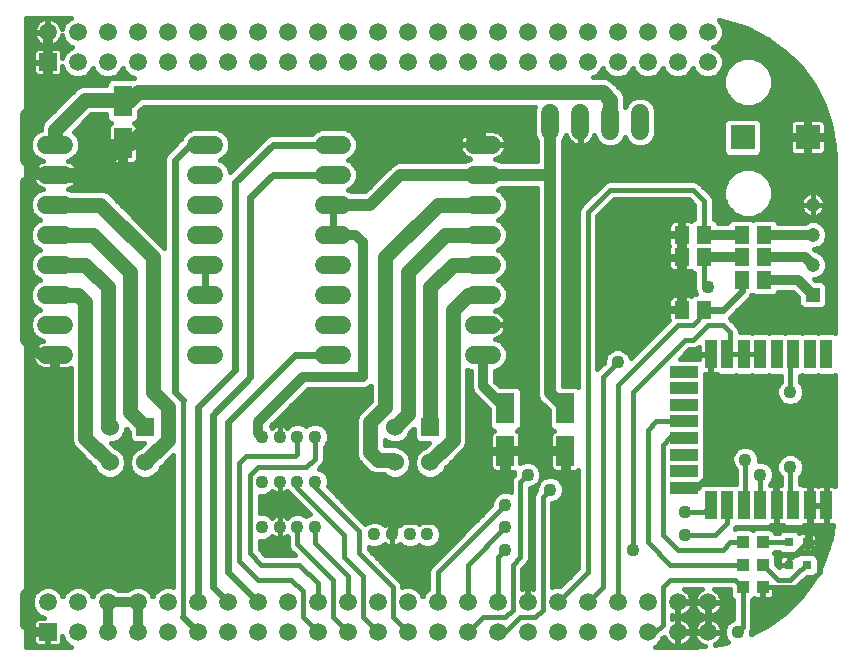
<source format=gtl>
G75*
%MOIN*%
%OFA0B0*%
%FSLAX24Y24*%
%IPPOS*%
%LPD*%
%AMOC8*
5,1,8,0,0,1.08239X$1,22.5*
%
%ADD10R,0.0394X0.0965*%
%ADD11R,0.0965X0.0394*%
%ADD12R,0.0630X0.1024*%
%ADD13R,0.0602X0.0602*%
%ADD14C,0.0602*%
%ADD15C,0.0600*%
%ADD16R,0.0394X0.0433*%
%ADD17R,0.0315X0.0315*%
%ADD18R,0.0591X0.0591*%
%ADD19C,0.0591*%
%ADD20R,0.0827X0.0827*%
%ADD21C,0.0436*%
%ADD22R,0.0475X0.0475*%
%ADD23C,0.0475*%
%ADD24R,0.0512X0.0591*%
%ADD25C,0.0160*%
%ADD26C,0.0320*%
%ADD27C,0.0500*%
%ADD28C,0.0240*%
%ADD29C,0.0357*%
%ADD30C,0.0400*%
D10*
X023600Y005160D03*
X024152Y005160D03*
X024703Y005160D03*
X025254Y005160D03*
X025805Y005160D03*
X026356Y005160D03*
X026907Y005160D03*
X027459Y005160D03*
X027459Y010200D03*
X026907Y010200D03*
X026356Y010200D03*
X025805Y010200D03*
X025254Y010200D03*
X024703Y010200D03*
X024152Y010200D03*
X023600Y010200D03*
D11*
X022697Y009609D03*
X022697Y009058D03*
X022697Y008507D03*
X022697Y007956D03*
X022697Y007404D03*
X022697Y006853D03*
X022697Y006302D03*
X022697Y005751D03*
D12*
X018750Y006971D03*
X018750Y008389D03*
X016750Y008389D03*
X016750Y006971D03*
X004000Y017221D03*
X004000Y018639D03*
D13*
X004750Y007771D03*
X014250Y007771D03*
D14*
X013069Y007771D03*
X013069Y006589D03*
X014250Y006589D03*
X004750Y006589D03*
X003569Y006589D03*
X003569Y007771D03*
D15*
X002050Y010180D02*
X001450Y010180D01*
X001450Y011180D02*
X002050Y011180D01*
X002050Y012180D02*
X001450Y012180D01*
X001450Y013180D02*
X002050Y013180D01*
X002050Y014180D02*
X001450Y014180D01*
X001450Y015180D02*
X002050Y015180D01*
X002050Y016180D02*
X001450Y016180D01*
X001450Y017180D02*
X002050Y017180D01*
X006450Y017180D02*
X007050Y017180D01*
X007050Y016180D02*
X006450Y016180D01*
X006450Y015180D02*
X007050Y015180D01*
X007050Y014180D02*
X006450Y014180D01*
X006450Y013180D02*
X007050Y013180D01*
X007050Y012180D02*
X006450Y012180D01*
X006450Y011180D02*
X007050Y011180D01*
X007050Y010180D02*
X006450Y010180D01*
X010700Y010180D02*
X011300Y010180D01*
X011300Y011180D02*
X010700Y011180D01*
X010700Y012180D02*
X011300Y012180D01*
X011300Y013180D02*
X010700Y013180D01*
X010700Y014180D02*
X011300Y014180D01*
X011300Y015180D02*
X010700Y015180D01*
X010700Y016180D02*
X011300Y016180D01*
X011300Y017180D02*
X010700Y017180D01*
X015700Y017180D02*
X016300Y017180D01*
X016300Y016180D02*
X015700Y016180D01*
X015700Y015180D02*
X016300Y015180D01*
X016300Y014180D02*
X015700Y014180D01*
X015700Y013180D02*
X016300Y013180D01*
X016300Y012180D02*
X015700Y012180D01*
X015700Y011180D02*
X016300Y011180D01*
X016300Y010180D02*
X015700Y010180D01*
X018250Y017630D02*
X018250Y018230D01*
X019250Y018230D02*
X019250Y017630D01*
X020250Y017630D02*
X020250Y018230D01*
X021250Y018230D02*
X021250Y017630D01*
D16*
X024665Y003930D03*
X025335Y003930D03*
X025335Y003180D03*
X024665Y003180D03*
X024665Y002430D03*
X025335Y002430D03*
D17*
X026205Y003180D03*
X026795Y003180D03*
X026795Y003930D03*
X026205Y003930D03*
D18*
X001500Y000930D03*
X001500Y019930D03*
D19*
X002500Y019930D03*
X003500Y019930D03*
X004500Y019930D03*
X005500Y019930D03*
X006500Y019930D03*
X007500Y019930D03*
X008500Y019930D03*
X009500Y019930D03*
X010500Y019930D03*
X011500Y019930D03*
X012500Y019930D03*
X013500Y019930D03*
X014500Y019930D03*
X015500Y019930D03*
X016500Y019930D03*
X017500Y019930D03*
X018500Y019930D03*
X019500Y019930D03*
X020500Y019930D03*
X021500Y019930D03*
X022500Y019930D03*
X023500Y019930D03*
X023500Y020930D03*
X022500Y020930D03*
X021500Y020930D03*
X020500Y020930D03*
X019500Y020930D03*
X018500Y020930D03*
X017500Y020930D03*
X016500Y020930D03*
X015500Y020930D03*
X014500Y020930D03*
X013500Y020930D03*
X012500Y020930D03*
X011500Y020930D03*
X010500Y020930D03*
X009500Y020930D03*
X008500Y020930D03*
X007500Y020930D03*
X006500Y020930D03*
X005500Y020930D03*
X004500Y020930D03*
X003500Y020930D03*
X002500Y020930D03*
X001500Y020930D03*
X001500Y001930D03*
X002500Y001930D03*
X003500Y001930D03*
X003500Y000930D03*
X002500Y000930D03*
X004500Y000930D03*
X005500Y000930D03*
X006500Y000930D03*
X007500Y000930D03*
X008500Y000930D03*
X009500Y000930D03*
X010500Y000930D03*
X011500Y000930D03*
X011500Y001930D03*
X010500Y001930D03*
X009500Y001930D03*
X008500Y001930D03*
X007500Y001930D03*
X006500Y001930D03*
X005500Y001930D03*
X004500Y001930D03*
X012500Y001930D03*
X013500Y001930D03*
X014500Y001930D03*
X015500Y001930D03*
X016500Y001930D03*
X017500Y001930D03*
X018500Y001930D03*
X018500Y000930D03*
X017500Y000930D03*
X016500Y000930D03*
X015500Y000930D03*
X014500Y000930D03*
X013500Y000930D03*
X012500Y000930D03*
X019500Y000930D03*
X020500Y000930D03*
X021500Y000930D03*
X022500Y000930D03*
X023500Y000930D03*
X023500Y001930D03*
X022500Y001930D03*
X021500Y001930D03*
X020500Y001930D03*
X019500Y001930D03*
D20*
X024667Y017430D03*
X026833Y017430D03*
D21*
X023500Y012430D03*
X020500Y009930D03*
X024750Y008930D03*
X026250Y008930D03*
X024750Y006680D03*
X025250Y006180D03*
X026250Y006430D03*
X022750Y004930D03*
X022750Y004180D03*
X021000Y003680D03*
X018250Y005680D03*
X017500Y006180D03*
X016750Y005180D03*
X016750Y004430D03*
X016750Y003680D03*
X014159Y004192D03*
X013569Y004192D03*
X012978Y004192D03*
X012388Y004192D03*
X010409Y004442D03*
X009819Y004442D03*
X009228Y004442D03*
X008638Y004442D03*
X008638Y005942D03*
X009228Y005942D03*
X009819Y005942D03*
X010409Y005942D03*
X010409Y007442D03*
X009819Y007442D03*
X009228Y007442D03*
X008638Y007442D03*
X015750Y006180D03*
X024500Y000930D03*
D22*
X027000Y012180D03*
D23*
X027000Y013180D03*
X027000Y014180D03*
X027000Y015180D03*
D24*
X025374Y014180D03*
X024626Y014180D03*
X024626Y013430D03*
X025374Y013430D03*
X025374Y012680D03*
X024626Y012680D03*
X023374Y013430D03*
X022626Y013430D03*
X022626Y014180D03*
X023374Y014180D03*
X023374Y011680D03*
X022626Y011680D03*
D25*
X000765Y021415D02*
X000765Y000445D01*
X002272Y000445D01*
X002197Y000476D01*
X002046Y000627D01*
X001975Y000798D01*
X001975Y000611D01*
X001963Y000565D01*
X001939Y000524D01*
X001906Y000491D01*
X001865Y000467D01*
X001819Y000455D01*
X001518Y000455D01*
X001518Y000912D01*
X001482Y000912D01*
X001482Y000455D01*
X001181Y000455D01*
X001135Y000467D01*
X001094Y000491D01*
X001061Y000524D01*
X001037Y000565D01*
X001025Y000611D01*
X001025Y000912D01*
X001482Y000912D01*
X001482Y000948D01*
X001025Y000948D01*
X001025Y001249D01*
X001037Y001295D01*
X001061Y001336D01*
X001094Y001369D01*
X001135Y001393D01*
X001181Y001405D01*
X001368Y001405D01*
X001197Y001476D01*
X001046Y001627D01*
X000965Y001824D01*
X000965Y002036D01*
X001046Y002233D01*
X001197Y002384D01*
X001394Y002465D01*
X001606Y002465D01*
X001803Y002384D01*
X001954Y002233D01*
X002000Y002122D01*
X002046Y002233D01*
X002197Y002384D01*
X002394Y002465D01*
X002606Y002465D01*
X002803Y002384D01*
X002954Y002233D01*
X003000Y002122D01*
X003046Y002233D01*
X003197Y002384D01*
X003394Y002465D01*
X003606Y002465D01*
X003803Y002384D01*
X003857Y002330D01*
X004143Y002330D01*
X004197Y002384D01*
X004394Y002465D01*
X004606Y002465D01*
X004803Y002384D01*
X004954Y002233D01*
X005000Y002122D01*
X005046Y002233D01*
X005197Y002384D01*
X005394Y002465D01*
X005606Y002465D01*
X005680Y002435D01*
X005680Y006826D01*
X005260Y006406D01*
X005209Y006283D01*
X005057Y006131D01*
X004858Y006048D01*
X004642Y006048D01*
X004443Y006131D01*
X004291Y006283D01*
X004209Y006482D01*
X004209Y006697D01*
X004291Y006896D01*
X004443Y007048D01*
X004567Y007099D01*
X004697Y007229D01*
X004401Y007229D01*
X004313Y007266D01*
X004245Y007333D01*
X004209Y007422D01*
X004209Y007619D01*
X004110Y007718D01*
X004110Y007663D01*
X004028Y007464D01*
X003875Y007312D01*
X003677Y007229D01*
X003622Y007229D01*
X003752Y007099D01*
X003875Y007048D01*
X004028Y006896D01*
X004110Y006697D01*
X004110Y006482D01*
X004028Y006283D01*
X003875Y006131D01*
X003677Y006048D01*
X003461Y006048D01*
X003262Y006131D01*
X003110Y006283D01*
X003059Y006406D01*
X002335Y007131D01*
X002260Y007311D01*
X002260Y009748D01*
X002234Y009735D01*
X002162Y009712D01*
X002088Y009700D01*
X001770Y009700D01*
X001770Y010160D01*
X001730Y010160D01*
X001730Y009700D01*
X001412Y009700D01*
X001338Y009712D01*
X001266Y009735D01*
X001198Y009769D01*
X001137Y009814D01*
X001084Y009867D01*
X001039Y009928D01*
X001005Y009996D01*
X000982Y010068D01*
X000970Y010142D01*
X000970Y010160D01*
X001730Y010160D01*
X001730Y010200D01*
X000970Y010200D01*
X000970Y010218D01*
X000982Y010292D01*
X001005Y010364D01*
X001039Y010432D01*
X001084Y010493D01*
X001137Y010546D01*
X001198Y010591D01*
X001266Y010625D01*
X001329Y010645D01*
X001144Y010722D01*
X000992Y010874D01*
X000910Y011073D01*
X000910Y011287D01*
X000992Y011486D01*
X001144Y011638D01*
X001246Y011680D01*
X001144Y011722D01*
X000992Y011874D01*
X000910Y012073D01*
X000910Y012287D01*
X000992Y012486D01*
X001144Y012638D01*
X001246Y012680D01*
X001144Y012722D01*
X000992Y012874D01*
X000910Y013073D01*
X000910Y013287D01*
X000992Y013486D01*
X001144Y013638D01*
X001246Y013680D01*
X001144Y013722D01*
X000992Y013874D01*
X000910Y014073D01*
X000910Y014287D01*
X000992Y014486D01*
X001144Y014638D01*
X001246Y014680D01*
X001144Y014722D01*
X000992Y014874D01*
X000910Y015073D01*
X000910Y015287D01*
X000992Y015486D01*
X001144Y015638D01*
X001329Y015715D01*
X001266Y015735D01*
X001198Y015769D01*
X001137Y015814D01*
X001084Y015867D01*
X001039Y015928D01*
X001005Y015996D01*
X000982Y016068D01*
X000970Y016142D01*
X000970Y016160D01*
X001730Y016160D01*
X001730Y016200D01*
X000970Y016200D01*
X000970Y016218D01*
X000982Y016292D01*
X001005Y016364D01*
X001039Y016432D01*
X001084Y016493D01*
X001137Y016546D01*
X001198Y016591D01*
X001266Y016625D01*
X001329Y016645D01*
X001144Y016722D01*
X000992Y016874D01*
X000910Y017073D01*
X000910Y017287D01*
X000992Y017486D01*
X001144Y017638D01*
X001260Y017686D01*
X001260Y017777D01*
X001335Y017958D01*
X002335Y018958D01*
X002472Y019095D01*
X002653Y019170D01*
X003445Y019170D01*
X003445Y019198D01*
X003482Y019286D01*
X003549Y019354D01*
X003637Y019390D01*
X004331Y019390D01*
X004368Y019405D01*
X004197Y019476D01*
X004046Y019627D01*
X004000Y019738D01*
X003954Y019627D01*
X003803Y019476D01*
X003606Y019395D01*
X003394Y019395D01*
X003197Y019476D01*
X003046Y019627D01*
X003000Y019738D01*
X002954Y019627D01*
X002803Y019476D01*
X002606Y019395D01*
X002394Y019395D01*
X002197Y019476D01*
X002046Y019627D01*
X001975Y019798D01*
X001975Y019611D01*
X001963Y019565D01*
X001939Y019524D01*
X001906Y019491D01*
X001865Y019467D01*
X001819Y019455D01*
X001518Y019455D01*
X001518Y019912D01*
X001482Y019912D01*
X001482Y019455D01*
X001181Y019455D01*
X001135Y019467D01*
X001094Y019491D01*
X001061Y019524D01*
X001037Y019565D01*
X001025Y019611D01*
X001025Y019912D01*
X001482Y019912D01*
X001482Y019948D01*
X001025Y019948D01*
X001025Y020249D01*
X001037Y020295D01*
X001061Y020336D01*
X001094Y020369D01*
X001135Y020393D01*
X001181Y020405D01*
X001482Y020405D01*
X001482Y019948D01*
X001518Y019948D01*
X001518Y020405D01*
X001819Y020405D01*
X001865Y020393D01*
X001906Y020369D01*
X001939Y020336D01*
X001963Y020295D01*
X001975Y020249D01*
X001975Y020062D01*
X002046Y020233D01*
X002197Y020384D01*
X002308Y020430D01*
X002197Y020476D01*
X002046Y020627D01*
X001965Y020824D01*
X001965Y020826D01*
X001964Y020819D01*
X001940Y020748D01*
X001906Y020681D01*
X001863Y020620D01*
X001810Y020567D01*
X001749Y020524D01*
X001682Y020490D01*
X001611Y020466D01*
X001537Y020455D01*
X001518Y020455D01*
X001518Y020912D01*
X001482Y020912D01*
X001482Y020455D01*
X001463Y020455D01*
X001389Y020466D01*
X001318Y020490D01*
X001251Y020524D01*
X001190Y020567D01*
X001137Y020620D01*
X001094Y020681D01*
X001060Y020748D01*
X001036Y020819D01*
X001025Y020893D01*
X001025Y020912D01*
X001482Y020912D01*
X001482Y020948D01*
X001025Y020948D01*
X001025Y020967D01*
X001036Y021041D01*
X001060Y021112D01*
X001094Y021179D01*
X001137Y021240D01*
X001190Y021293D01*
X001251Y021336D01*
X001318Y021370D01*
X001389Y021394D01*
X001463Y021405D01*
X001482Y021405D01*
X001482Y020948D01*
X001518Y020948D01*
X001518Y021405D01*
X001537Y021405D01*
X001611Y021394D01*
X001682Y021370D01*
X001749Y021336D01*
X001810Y021293D01*
X001863Y021240D01*
X001906Y021179D01*
X001940Y021112D01*
X001964Y021041D01*
X001965Y021034D01*
X001965Y021036D01*
X002046Y021233D01*
X002197Y021384D01*
X002272Y021415D01*
X000765Y021415D01*
X000765Y021328D02*
X001239Y021328D01*
X001088Y021169D02*
X000765Y021169D01*
X000765Y021011D02*
X001032Y021011D01*
X001031Y020852D02*
X000765Y020852D01*
X000765Y020694D02*
X001087Y020694D01*
X001235Y020535D02*
X000765Y020535D01*
X000765Y020377D02*
X001107Y020377D01*
X001025Y020218D02*
X000765Y020218D01*
X000765Y020060D02*
X001025Y020060D01*
X001025Y019901D02*
X000765Y019901D01*
X000765Y019743D02*
X001025Y019743D01*
X001032Y019584D02*
X000765Y019584D01*
X000765Y019426D02*
X002319Y019426D01*
X002089Y019584D02*
X001968Y019584D01*
X001975Y019743D02*
X001998Y019743D01*
X001975Y020218D02*
X002040Y020218D01*
X001893Y020377D02*
X002190Y020377D01*
X002138Y020535D02*
X001765Y020535D01*
X001913Y020694D02*
X002019Y020694D01*
X002020Y021169D02*
X001912Y021169D01*
X001761Y021328D02*
X002141Y021328D01*
X001518Y021328D02*
X001482Y021328D01*
X001482Y021169D02*
X001518Y021169D01*
X001518Y021011D02*
X001482Y021011D01*
X001482Y020852D02*
X001518Y020852D01*
X001518Y020694D02*
X001482Y020694D01*
X001482Y020535D02*
X001518Y020535D01*
X001518Y020377D02*
X001482Y020377D01*
X001482Y020218D02*
X001518Y020218D01*
X001518Y020060D02*
X001482Y020060D01*
X001482Y019901D02*
X001518Y019901D01*
X001518Y019743D02*
X001482Y019743D01*
X001482Y019584D02*
X001518Y019584D01*
X000765Y019267D02*
X003474Y019267D01*
X003319Y019426D02*
X002681Y019426D01*
X002911Y019584D02*
X003089Y019584D01*
X003681Y019426D02*
X004319Y019426D01*
X004089Y019584D02*
X003911Y019584D01*
X004703Y018440D02*
X017752Y018440D01*
X017710Y018337D01*
X017710Y017523D01*
X017792Y017324D01*
X017810Y017306D01*
X017810Y016620D01*
X016624Y016620D01*
X016606Y016638D01*
X016421Y016715D01*
X016484Y016735D01*
X016552Y016769D01*
X016613Y016814D01*
X016666Y016867D01*
X016711Y016928D01*
X016745Y016996D01*
X016768Y017068D01*
X016780Y017142D01*
X016780Y017160D01*
X016020Y017160D01*
X016020Y017200D01*
X015980Y017200D01*
X015980Y017660D01*
X015662Y017660D01*
X015588Y017648D01*
X015516Y017625D01*
X015448Y017591D01*
X015387Y017546D01*
X015334Y017493D01*
X015289Y017432D01*
X015255Y017364D01*
X015232Y017292D01*
X015220Y017218D01*
X015220Y017200D01*
X015980Y017200D01*
X015980Y017160D01*
X015220Y017160D01*
X015220Y017142D01*
X015232Y017068D01*
X015255Y016996D01*
X015289Y016928D01*
X015334Y016867D01*
X015387Y016814D01*
X015448Y016769D01*
X015516Y016735D01*
X015579Y016715D01*
X015394Y016638D01*
X015376Y016620D01*
X013162Y016620D01*
X013001Y016553D01*
X012877Y016429D01*
X012068Y015620D01*
X011624Y015620D01*
X011606Y015638D01*
X011504Y015680D01*
X011606Y015722D01*
X011758Y015874D01*
X011840Y016073D01*
X011840Y016287D01*
X011758Y016486D01*
X011606Y016638D01*
X011504Y016680D01*
X011606Y016722D01*
X011758Y016874D01*
X011840Y017073D01*
X011840Y017287D01*
X011758Y017486D01*
X011606Y017638D01*
X011407Y017720D01*
X010593Y017720D01*
X010394Y017638D01*
X010296Y017540D01*
X008928Y017540D01*
X008796Y017485D01*
X007590Y016279D01*
X007590Y016287D01*
X007508Y016486D01*
X007356Y016638D01*
X007254Y016680D01*
X007356Y016722D01*
X007508Y016874D01*
X007590Y017073D01*
X007590Y017287D01*
X007508Y017486D01*
X007356Y017638D01*
X007157Y017720D01*
X006343Y017720D01*
X006144Y017638D01*
X005992Y017486D01*
X005954Y017393D01*
X005546Y016985D01*
X005445Y016884D01*
X005390Y016752D01*
X005390Y013733D01*
X005278Y013845D01*
X003528Y015595D01*
X003347Y015670D01*
X002278Y015670D01*
X002171Y015715D01*
X002234Y015735D01*
X002302Y015769D01*
X002363Y015814D01*
X002416Y015867D01*
X002461Y015928D01*
X002495Y015996D01*
X002518Y016068D01*
X002530Y016142D01*
X002530Y016160D01*
X001770Y016160D01*
X001770Y016200D01*
X002530Y016200D01*
X002530Y016218D01*
X002518Y016292D01*
X002495Y016364D01*
X002461Y016432D01*
X002416Y016493D01*
X002363Y016546D01*
X002302Y016591D01*
X002234Y016625D01*
X002171Y016645D01*
X002356Y016722D01*
X002508Y016874D01*
X002590Y017073D01*
X002590Y017287D01*
X002508Y017486D01*
X002378Y017615D01*
X002953Y018190D01*
X003445Y018190D01*
X003445Y018079D01*
X003482Y017991D01*
X003549Y017923D01*
X003610Y017898D01*
X003575Y017877D01*
X003541Y017844D01*
X003517Y017803D01*
X003505Y017757D01*
X003505Y017299D01*
X003923Y017299D01*
X003923Y017144D01*
X004077Y017144D01*
X004077Y016530D01*
X004339Y016530D01*
X004384Y016542D01*
X004425Y016565D01*
X004459Y016599D01*
X004483Y016640D01*
X004495Y016686D01*
X004495Y017144D01*
X004077Y017144D01*
X004077Y017299D01*
X004495Y017299D01*
X004495Y017757D01*
X004483Y017803D01*
X004459Y017844D01*
X004425Y017877D01*
X004390Y017898D01*
X004451Y017923D01*
X004518Y017991D01*
X004555Y018079D01*
X004555Y018292D01*
X004703Y018440D01*
X004579Y018316D02*
X017710Y018316D01*
X017710Y018158D02*
X004555Y018158D01*
X004522Y017999D02*
X017710Y017999D01*
X017710Y017841D02*
X004461Y017841D01*
X004495Y017682D02*
X006251Y017682D01*
X006030Y017524D02*
X004495Y017524D01*
X004495Y017365D02*
X005926Y017365D01*
X005767Y017207D02*
X004077Y017207D01*
X003923Y017207D02*
X002590Y017207D01*
X002580Y017048D02*
X003505Y017048D01*
X003505Y017144D02*
X003505Y016686D01*
X003517Y016640D01*
X003541Y016599D01*
X003575Y016565D01*
X003616Y016542D01*
X003661Y016530D01*
X003923Y016530D01*
X003923Y017144D01*
X003505Y017144D01*
X003505Y017365D02*
X002558Y017365D01*
X002470Y017524D02*
X003505Y017524D01*
X003505Y017682D02*
X002445Y017682D01*
X002603Y017841D02*
X003539Y017841D01*
X003478Y017999D02*
X002762Y017999D01*
X002920Y018158D02*
X003445Y018158D01*
X002327Y018950D02*
X000765Y018950D01*
X000765Y018792D02*
X002169Y018792D01*
X002010Y018633D02*
X000765Y018633D01*
X000765Y018475D02*
X001852Y018475D01*
X001693Y018316D02*
X000765Y018316D01*
X000765Y018158D02*
X001535Y018158D01*
X001376Y017999D02*
X000765Y017999D01*
X000765Y017841D02*
X001286Y017841D01*
X001251Y017682D02*
X000765Y017682D01*
X000765Y017524D02*
X001030Y017524D01*
X000942Y017365D02*
X000765Y017365D01*
X000765Y017207D02*
X000910Y017207D01*
X000920Y017048D02*
X000765Y017048D01*
X000765Y016890D02*
X000986Y016890D01*
X001135Y016731D02*
X000765Y016731D01*
X000765Y016573D02*
X001174Y016573D01*
X001031Y016414D02*
X000765Y016414D01*
X000765Y016256D02*
X000976Y016256D01*
X000977Y016097D02*
X000765Y016097D01*
X000765Y015939D02*
X001034Y015939D01*
X001184Y015780D02*
X000765Y015780D01*
X000765Y015622D02*
X001128Y015622D01*
X000983Y015463D02*
X000765Y015463D01*
X000765Y015305D02*
X000917Y015305D01*
X000910Y015146D02*
X000765Y015146D01*
X000765Y014988D02*
X000945Y014988D01*
X001037Y014829D02*
X000765Y014829D01*
X000765Y014671D02*
X001223Y014671D01*
X001018Y014512D02*
X000765Y014512D01*
X000765Y014354D02*
X000937Y014354D01*
X000910Y014195D02*
X000765Y014195D01*
X000765Y014037D02*
X000925Y014037D01*
X000991Y013878D02*
X000765Y013878D01*
X000765Y013720D02*
X001151Y013720D01*
X001067Y013561D02*
X000765Y013561D01*
X000765Y013403D02*
X000958Y013403D01*
X000910Y013244D02*
X000765Y013244D01*
X000765Y013086D02*
X000910Y013086D01*
X000970Y012927D02*
X000765Y012927D01*
X000765Y012769D02*
X001098Y012769D01*
X001116Y012610D02*
X000765Y012610D01*
X000765Y012452D02*
X000978Y012452D01*
X000912Y012293D02*
X000765Y012293D01*
X000765Y012135D02*
X000910Y012135D01*
X000950Y011976D02*
X000765Y011976D01*
X000765Y011818D02*
X001049Y011818D01*
X001195Y011659D02*
X000765Y011659D01*
X000765Y011501D02*
X001007Y011501D01*
X000933Y011342D02*
X000765Y011342D01*
X000765Y011184D02*
X000910Y011184D01*
X000930Y011025D02*
X000765Y011025D01*
X000765Y010867D02*
X001000Y010867D01*
X001178Y010708D02*
X000765Y010708D01*
X000765Y010550D02*
X001142Y010550D01*
X001019Y010391D02*
X000765Y010391D01*
X000765Y010233D02*
X000972Y010233D01*
X000981Y010074D02*
X000765Y010074D01*
X000765Y009916D02*
X001049Y009916D01*
X001223Y009757D02*
X000765Y009757D01*
X000765Y009599D02*
X002260Y009599D01*
X002260Y009440D02*
X000765Y009440D01*
X000765Y009282D02*
X002260Y009282D01*
X002260Y009123D02*
X000765Y009123D01*
X000765Y008965D02*
X002260Y008965D01*
X002260Y008806D02*
X000765Y008806D01*
X000765Y008648D02*
X002260Y008648D01*
X002260Y008489D02*
X000765Y008489D01*
X000765Y008331D02*
X002260Y008331D01*
X002260Y008172D02*
X000765Y008172D01*
X000765Y008014D02*
X002260Y008014D01*
X002260Y007855D02*
X000765Y007855D01*
X000765Y007697D02*
X002260Y007697D01*
X002260Y007538D02*
X000765Y007538D01*
X000765Y007380D02*
X002260Y007380D01*
X002297Y007221D02*
X000765Y007221D01*
X000765Y007063D02*
X002403Y007063D01*
X002561Y006904D02*
X000765Y006904D01*
X000765Y006746D02*
X002720Y006746D01*
X002878Y006587D02*
X000765Y006587D01*
X000765Y006429D02*
X003037Y006429D01*
X003123Y006270D02*
X000765Y006270D01*
X000765Y006112D02*
X003309Y006112D01*
X003829Y006112D02*
X004490Y006112D01*
X004304Y006270D02*
X004015Y006270D01*
X004088Y006429D02*
X004231Y006429D01*
X004209Y006587D02*
X004110Y006587D01*
X004090Y006746D02*
X004229Y006746D01*
X004299Y006904D02*
X004020Y006904D01*
X003841Y007063D02*
X004478Y007063D01*
X004689Y007221D02*
X003630Y007221D01*
X003943Y007380D02*
X004226Y007380D01*
X004209Y007538D02*
X004058Y007538D01*
X004110Y007697D02*
X004131Y007697D01*
X005441Y006587D02*
X005680Y006587D01*
X005680Y006429D02*
X005282Y006429D01*
X005196Y006270D02*
X005680Y006270D01*
X005680Y006112D02*
X005010Y006112D01*
X005680Y005953D02*
X000765Y005953D01*
X000765Y005795D02*
X005680Y005795D01*
X005680Y005636D02*
X000765Y005636D01*
X000765Y005478D02*
X005680Y005478D01*
X005680Y005319D02*
X000765Y005319D01*
X000765Y005161D02*
X005680Y005161D01*
X005680Y005002D02*
X000765Y005002D01*
X000765Y004844D02*
X005680Y004844D01*
X005680Y004685D02*
X000765Y004685D01*
X000765Y004527D02*
X005680Y004527D01*
X005680Y004368D02*
X000765Y004368D01*
X000765Y004210D02*
X005680Y004210D01*
X005680Y004051D02*
X000765Y004051D01*
X000765Y003893D02*
X005680Y003893D01*
X005680Y003734D02*
X000765Y003734D01*
X000765Y003576D02*
X005680Y003576D01*
X005680Y003417D02*
X000765Y003417D01*
X000765Y003259D02*
X005680Y003259D01*
X005680Y003100D02*
X000765Y003100D01*
X000765Y002942D02*
X005680Y002942D01*
X005680Y002783D02*
X000765Y002783D01*
X000765Y002625D02*
X005680Y002625D01*
X005680Y002466D02*
X000765Y002466D01*
X000765Y002308D02*
X001121Y002308D01*
X001011Y002149D02*
X000765Y002149D01*
X000765Y001991D02*
X000965Y001991D01*
X000965Y001832D02*
X000765Y001832D01*
X000765Y001674D02*
X001027Y001674D01*
X001158Y001515D02*
X000765Y001515D01*
X000765Y001357D02*
X001081Y001357D01*
X001025Y001198D02*
X000765Y001198D01*
X000765Y001040D02*
X001025Y001040D01*
X001025Y000881D02*
X000765Y000881D01*
X000765Y000723D02*
X001025Y000723D01*
X001038Y000564D02*
X000765Y000564D01*
X001482Y000564D02*
X001518Y000564D01*
X001518Y000723D02*
X001482Y000723D01*
X001482Y000881D02*
X001518Y000881D01*
X001975Y000723D02*
X002007Y000723D01*
X001962Y000564D02*
X002109Y000564D01*
X002011Y002149D02*
X001989Y002149D01*
X001879Y002308D02*
X002121Y002308D01*
X002879Y002308D02*
X003121Y002308D01*
X003011Y002149D02*
X002989Y002149D01*
X004879Y002308D02*
X005121Y002308D01*
X005011Y002149D02*
X004989Y002149D01*
X006000Y001430D02*
X006000Y008680D01*
X005680Y006746D02*
X005599Y006746D01*
X007875Y006555D02*
X007875Y003305D01*
X008500Y002680D01*
X009625Y002680D01*
X010000Y002305D01*
X010000Y001430D01*
X010500Y000930D01*
X011000Y001430D02*
X011500Y000930D01*
X011000Y001430D02*
X011000Y002680D01*
X009819Y003861D01*
X009819Y004442D01*
X009481Y004751D02*
X009417Y004794D01*
X009344Y004824D01*
X009268Y004840D01*
X009228Y004840D01*
X009189Y004840D01*
X009112Y004824D01*
X009040Y004794D01*
X008976Y004751D01*
X008897Y004830D01*
X008729Y004900D01*
X008570Y004900D01*
X008570Y005484D01*
X008729Y005484D01*
X008897Y005554D01*
X008976Y005632D01*
X009040Y005589D01*
X009112Y005559D01*
X009189Y005544D01*
X009228Y005544D01*
X009228Y005942D01*
X009228Y005942D01*
X009228Y005544D01*
X009268Y005544D01*
X009344Y005559D01*
X009417Y005589D01*
X009481Y005632D01*
X009540Y005573D01*
X009548Y005555D01*
X010237Y004866D01*
X010150Y004830D01*
X010114Y004794D01*
X010078Y004830D01*
X009910Y004900D01*
X009728Y004900D01*
X009560Y004830D01*
X009481Y004751D01*
X009592Y004844D02*
X008864Y004844D01*
X008570Y005002D02*
X010100Y005002D01*
X010045Y004844D02*
X010183Y004844D01*
X010409Y004442D02*
X010409Y003896D01*
X011500Y002805D01*
X011500Y001930D01*
X012000Y001430D02*
X012500Y000930D01*
X012000Y001430D02*
X012000Y002805D01*
X011375Y003430D01*
X011375Y004180D01*
X009819Y005736D01*
X009819Y005942D01*
X009625Y005478D02*
X008570Y005478D01*
X008570Y005319D02*
X009783Y005319D01*
X009942Y005161D02*
X008570Y005161D01*
X009228Y004840D02*
X009228Y004442D01*
X009228Y004442D01*
X009228Y004840D01*
X009228Y004685D02*
X009228Y004685D01*
X009228Y004527D02*
X009228Y004527D01*
X009228Y004442D02*
X009228Y004044D01*
X009228Y004442D01*
X009228Y004442D01*
X009228Y004368D02*
X009228Y004368D01*
X009228Y004210D02*
X009228Y004210D01*
X009228Y004051D02*
X009228Y004051D01*
X009228Y004044D02*
X009189Y004044D01*
X009112Y004059D01*
X009040Y004089D01*
X008976Y004132D01*
X008897Y004054D01*
X008729Y003984D01*
X008570Y003984D01*
X008570Y003688D01*
X008758Y003500D01*
X009727Y003500D01*
X009548Y003680D01*
X009499Y003797D01*
X009499Y004114D01*
X009481Y004132D01*
X009417Y004089D01*
X009344Y004059D01*
X009268Y004044D01*
X009228Y004044D01*
X009154Y004051D02*
X008891Y004051D01*
X008570Y003893D02*
X009499Y003893D01*
X009499Y004051D02*
X009303Y004051D01*
X009525Y003734D02*
X008570Y003734D01*
X008682Y003576D02*
X009652Y003576D01*
X009875Y003180D02*
X008625Y003180D01*
X008250Y003555D01*
X008250Y006180D01*
X008500Y006430D01*
X010125Y006430D01*
X010409Y006714D01*
X010409Y007442D01*
X010729Y007114D02*
X010798Y007182D01*
X010867Y007351D01*
X010867Y007533D01*
X010798Y007701D01*
X010669Y007830D01*
X010501Y007900D01*
X010318Y007900D01*
X010150Y007830D01*
X010114Y007794D01*
X010078Y007830D01*
X009910Y007900D01*
X009728Y007900D01*
X009560Y007830D01*
X009481Y007751D01*
X009417Y007794D01*
X009344Y007824D01*
X009268Y007840D01*
X009228Y007840D01*
X009189Y007840D01*
X009112Y007824D01*
X009040Y007794D01*
X008976Y007751D01*
X008931Y007796D01*
X010166Y009030D01*
X012080Y009030D01*
X012227Y009091D01*
X012260Y009124D01*
X012260Y008633D01*
X011972Y008345D01*
X011835Y008208D01*
X011760Y008027D01*
X011760Y006833D01*
X011835Y006652D01*
X012085Y006402D01*
X012222Y006265D01*
X012403Y006190D01*
X012703Y006190D01*
X012762Y006131D01*
X012961Y006048D01*
X013177Y006048D01*
X013375Y006131D01*
X013528Y006283D01*
X013610Y006482D01*
X013610Y006697D01*
X013528Y006896D01*
X013375Y007048D01*
X013177Y007131D01*
X013171Y007131D01*
X013076Y007170D01*
X012740Y007170D01*
X012740Y007334D01*
X012762Y007312D01*
X012961Y007229D01*
X013177Y007229D01*
X013375Y007312D01*
X013528Y007464D01*
X013579Y007588D01*
X013709Y007718D01*
X013709Y007422D01*
X013745Y007333D01*
X013813Y007266D01*
X013901Y007229D01*
X014197Y007229D01*
X014067Y007099D01*
X013943Y007048D01*
X013791Y006896D01*
X013709Y006697D01*
X013709Y006482D01*
X013791Y006283D01*
X013943Y006131D01*
X014142Y006048D01*
X014358Y006048D01*
X014557Y006131D01*
X014709Y006283D01*
X014760Y006406D01*
X015415Y007062D01*
X015490Y007242D01*
X015490Y009682D01*
X015593Y009640D01*
X015600Y009640D01*
X015600Y009059D01*
X015661Y008912D01*
X016195Y008378D01*
X016195Y007829D01*
X016232Y007741D01*
X016299Y007673D01*
X016360Y007648D01*
X016325Y007627D01*
X016291Y007594D01*
X016267Y007553D01*
X016255Y007507D01*
X016255Y007049D01*
X016673Y007049D01*
X016673Y006894D01*
X016827Y006894D01*
X016827Y006280D01*
X017046Y006280D01*
X017042Y006271D01*
X017042Y006175D01*
X016979Y006111D01*
X016930Y005994D01*
X016930Y005601D01*
X016841Y005638D01*
X016659Y005638D01*
X016491Y005568D01*
X016362Y005439D01*
X016292Y005271D01*
X016292Y005175D01*
X014229Y003111D01*
X014180Y002994D01*
X014180Y002367D01*
X014046Y002233D01*
X014000Y002122D01*
X013954Y002233D01*
X013803Y002384D01*
X013606Y002465D01*
X013394Y002465D01*
X013320Y002435D01*
X013320Y002494D01*
X013271Y002611D01*
X013181Y002701D01*
X012195Y003688D01*
X012195Y003776D01*
X012297Y003734D01*
X012479Y003734D01*
X012647Y003804D01*
X012726Y003882D01*
X012790Y003839D01*
X012862Y003809D01*
X012939Y003794D01*
X012978Y003794D01*
X012978Y004192D01*
X012978Y004590D01*
X012939Y004590D01*
X012862Y004574D01*
X012790Y004544D01*
X012726Y004501D01*
X012647Y004580D01*
X012479Y004650D01*
X012297Y004650D01*
X012128Y004580D01*
X012091Y004542D01*
X012056Y004576D01*
X010842Y005790D01*
X010867Y005851D01*
X010867Y006033D01*
X010798Y006201D01*
X010669Y006330D01*
X010533Y006386D01*
X010681Y006533D01*
X010729Y006651D01*
X010729Y007114D01*
X010729Y007063D02*
X011760Y007063D01*
X011760Y007221D02*
X010814Y007221D01*
X010867Y007380D02*
X011760Y007380D01*
X011760Y007538D02*
X010865Y007538D01*
X010799Y007697D02*
X011760Y007697D01*
X011760Y007855D02*
X010608Y007855D01*
X010211Y007855D02*
X010018Y007855D01*
X009620Y007855D02*
X008991Y007855D01*
X009149Y008014D02*
X011760Y008014D01*
X011820Y008172D02*
X009308Y008172D01*
X009466Y008331D02*
X011958Y008331D01*
X012116Y008489D02*
X009625Y008489D01*
X009783Y008648D02*
X012260Y008648D01*
X012260Y008806D02*
X009942Y008806D01*
X010100Y008965D02*
X012260Y008965D01*
X012259Y009123D02*
X012260Y009123D01*
X013688Y007697D02*
X013709Y007697D01*
X013709Y007538D02*
X013558Y007538D01*
X013443Y007380D02*
X013726Y007380D01*
X013978Y007063D02*
X013341Y007063D01*
X013520Y006904D02*
X013799Y006904D01*
X013729Y006746D02*
X013590Y006746D01*
X013610Y006587D02*
X013709Y006587D01*
X013731Y006429D02*
X013588Y006429D01*
X013515Y006270D02*
X013804Y006270D01*
X013990Y006112D02*
X013329Y006112D01*
X012809Y006112D02*
X010835Y006112D01*
X010867Y005953D02*
X016930Y005953D01*
X016930Y005795D02*
X010844Y005795D01*
X010997Y005636D02*
X016655Y005636D01*
X016845Y005636D02*
X016930Y005636D01*
X017250Y005930D02*
X017500Y006180D01*
X017250Y005930D02*
X017250Y003430D01*
X017000Y003180D01*
X017000Y001680D01*
X016750Y001430D01*
X016000Y001430D01*
X015500Y000930D01*
X016500Y000930D02*
X016750Y000930D01*
X017250Y001430D01*
X017750Y001430D01*
X018000Y001680D01*
X018000Y005430D01*
X018250Y005680D01*
X018662Y005478D02*
X019180Y005478D01*
X019180Y005636D02*
X018708Y005636D01*
X018708Y005589D02*
X018708Y005771D01*
X018638Y005939D01*
X018509Y006068D01*
X018341Y006138D01*
X018159Y006138D01*
X017991Y006068D01*
X017920Y005997D01*
X017958Y006089D01*
X017958Y006271D01*
X017888Y006439D01*
X017759Y006568D01*
X017591Y006638D01*
X017409Y006638D01*
X017245Y006570D01*
X017245Y006894D01*
X016827Y006894D01*
X016827Y007049D01*
X017245Y007049D01*
X017245Y007507D01*
X017233Y007553D01*
X017209Y007594D01*
X017175Y007627D01*
X017140Y007648D01*
X017201Y007673D01*
X017268Y007741D01*
X017305Y007829D01*
X017305Y008948D01*
X017268Y009036D01*
X017201Y009104D01*
X017113Y009140D01*
X016564Y009140D01*
X016400Y009304D01*
X016400Y009640D01*
X016407Y009640D01*
X016606Y009722D01*
X016758Y009874D01*
X016840Y010073D01*
X016840Y010287D01*
X016758Y010486D01*
X016606Y010638D01*
X016421Y010715D01*
X016484Y010735D01*
X016552Y010769D01*
X016613Y010814D01*
X016666Y010867D01*
X016711Y010928D01*
X016745Y010996D01*
X016768Y011068D01*
X016780Y011142D01*
X016780Y011160D01*
X016020Y011160D01*
X016020Y011200D01*
X016780Y011200D01*
X016780Y011218D01*
X016768Y011292D01*
X016745Y011364D01*
X016711Y011432D01*
X016666Y011493D01*
X016613Y011546D01*
X016552Y011591D01*
X016484Y011625D01*
X016421Y011645D01*
X016606Y011722D01*
X016758Y011874D01*
X016840Y012073D01*
X016840Y012287D01*
X016758Y012486D01*
X016606Y012638D01*
X016504Y012680D01*
X016606Y012722D01*
X016758Y012874D01*
X016840Y013073D01*
X016840Y013287D01*
X016758Y013486D01*
X016606Y013638D01*
X016504Y013680D01*
X016606Y013722D01*
X016758Y013874D01*
X016840Y014073D01*
X016840Y014287D01*
X016758Y014486D01*
X016606Y014638D01*
X016504Y014680D01*
X016606Y014722D01*
X016758Y014874D01*
X016840Y015073D01*
X016840Y015287D01*
X016758Y015486D01*
X016606Y015638D01*
X016504Y015680D01*
X016606Y015722D01*
X016624Y015740D01*
X017810Y015740D01*
X017810Y008801D01*
X017877Y008639D01*
X018195Y008321D01*
X018195Y007829D01*
X018232Y007741D01*
X018299Y007673D01*
X018360Y007648D01*
X018325Y007627D01*
X018291Y007594D01*
X018267Y007553D01*
X018255Y007507D01*
X018255Y007049D01*
X018673Y007049D01*
X018673Y006894D01*
X018827Y006894D01*
X018827Y006280D01*
X019089Y006280D01*
X019134Y006292D01*
X019175Y006315D01*
X019180Y006320D01*
X019180Y003063D01*
X018583Y002465D01*
X018394Y002465D01*
X018320Y002435D01*
X018320Y005222D01*
X018341Y005222D01*
X018509Y005292D01*
X018638Y005421D01*
X018708Y005589D01*
X018698Y005795D02*
X019180Y005795D01*
X019180Y005953D02*
X018624Y005953D01*
X018405Y006112D02*
X019180Y006112D01*
X019180Y006270D02*
X017958Y006270D01*
X017958Y006112D02*
X018095Y006112D01*
X018325Y006315D02*
X018366Y006292D01*
X018411Y006280D01*
X018673Y006280D01*
X018673Y006894D01*
X018255Y006894D01*
X018255Y006436D01*
X018267Y006390D01*
X018291Y006349D01*
X018325Y006315D01*
X018257Y006429D02*
X017893Y006429D01*
X017714Y006587D02*
X018255Y006587D01*
X018255Y006746D02*
X017245Y006746D01*
X017245Y006587D02*
X017286Y006587D01*
X017042Y006270D02*
X014696Y006270D01*
X014782Y006429D02*
X016257Y006429D01*
X016255Y006436D02*
X016267Y006390D01*
X016291Y006349D01*
X016325Y006315D01*
X016366Y006292D01*
X016411Y006280D01*
X016673Y006280D01*
X016673Y006894D01*
X016255Y006894D01*
X016255Y006436D01*
X016255Y006587D02*
X014941Y006587D01*
X015099Y006746D02*
X016255Y006746D01*
X016255Y007063D02*
X015416Y007063D01*
X015481Y007221D02*
X016255Y007221D01*
X016255Y007380D02*
X015490Y007380D01*
X015490Y007538D02*
X016263Y007538D01*
X016276Y007697D02*
X015490Y007697D01*
X015490Y007855D02*
X016195Y007855D01*
X016195Y008014D02*
X015490Y008014D01*
X015490Y008172D02*
X016195Y008172D01*
X016195Y008331D02*
X015490Y008331D01*
X015490Y008489D02*
X016084Y008489D01*
X015925Y008648D02*
X015490Y008648D01*
X015490Y008806D02*
X015767Y008806D01*
X015639Y008965D02*
X015490Y008965D01*
X015490Y009123D02*
X015600Y009123D01*
X015600Y009282D02*
X015490Y009282D01*
X015490Y009440D02*
X015600Y009440D01*
X015600Y009599D02*
X015490Y009599D01*
X016400Y009599D02*
X017810Y009599D01*
X017810Y009757D02*
X016641Y009757D01*
X016775Y009916D02*
X017810Y009916D01*
X017810Y010074D02*
X016840Y010074D01*
X016840Y010233D02*
X017810Y010233D01*
X017810Y010391D02*
X016797Y010391D01*
X016694Y010550D02*
X017810Y010550D01*
X017810Y010708D02*
X016436Y010708D01*
X016665Y010867D02*
X017810Y010867D01*
X017810Y011025D02*
X016754Y011025D01*
X016752Y011342D02*
X017810Y011342D01*
X017810Y011184D02*
X016020Y011184D01*
X016453Y011659D02*
X017810Y011659D01*
X017810Y011501D02*
X016658Y011501D01*
X016701Y011818D02*
X017810Y011818D01*
X017810Y011976D02*
X016800Y011976D01*
X016840Y012135D02*
X017810Y012135D01*
X017810Y012293D02*
X016838Y012293D01*
X016772Y012452D02*
X017810Y012452D01*
X017810Y012610D02*
X016634Y012610D01*
X016652Y012769D02*
X017810Y012769D01*
X017810Y012927D02*
X016780Y012927D01*
X016840Y013086D02*
X017810Y013086D01*
X017810Y013244D02*
X016840Y013244D01*
X016792Y013403D02*
X017810Y013403D01*
X017810Y013561D02*
X016683Y013561D01*
X016599Y013720D02*
X017810Y013720D01*
X017810Y013878D02*
X016759Y013878D01*
X016825Y014037D02*
X017810Y014037D01*
X017810Y014195D02*
X016840Y014195D01*
X016813Y014354D02*
X017810Y014354D01*
X017810Y014512D02*
X016732Y014512D01*
X016527Y014671D02*
X017810Y014671D01*
X017810Y014829D02*
X016713Y014829D01*
X016805Y014988D02*
X017810Y014988D01*
X017810Y015146D02*
X016840Y015146D01*
X016833Y015305D02*
X017810Y015305D01*
X017810Y015463D02*
X016767Y015463D01*
X016622Y015622D02*
X017810Y015622D01*
X018690Y015622D02*
X019739Y015622D01*
X019897Y015780D02*
X018690Y015780D01*
X018690Y015939D02*
X020056Y015939D01*
X020069Y015951D02*
X019319Y015201D01*
X019229Y015111D01*
X019180Y014994D01*
X019180Y009113D01*
X019113Y009140D01*
X018690Y009140D01*
X018690Y017306D01*
X018708Y017324D01*
X018785Y017509D01*
X018805Y017446D01*
X018839Y017378D01*
X018884Y017317D01*
X018937Y017264D01*
X018998Y017219D01*
X019066Y017185D01*
X019138Y017162D01*
X019212Y017150D01*
X019230Y017150D01*
X019230Y017910D01*
X019270Y017910D01*
X019270Y017150D01*
X019288Y017150D01*
X019362Y017162D01*
X019434Y017185D01*
X019502Y017219D01*
X019563Y017264D01*
X019616Y017317D01*
X019661Y017378D01*
X019695Y017446D01*
X019715Y017509D01*
X019792Y017324D01*
X019944Y017172D01*
X020143Y017090D01*
X020357Y017090D01*
X020556Y017172D01*
X020708Y017324D01*
X020750Y017426D01*
X020792Y017324D01*
X020944Y017172D01*
X021143Y017090D01*
X021357Y017090D01*
X021556Y017172D01*
X021708Y017324D01*
X021790Y017523D01*
X021790Y018337D01*
X021708Y018536D01*
X021556Y018688D01*
X021357Y018770D01*
X021143Y018770D01*
X020944Y018688D01*
X020792Y018536D01*
X020750Y018434D01*
X020740Y018458D01*
X020740Y018777D01*
X020665Y018958D01*
X020528Y019095D01*
X020278Y019345D01*
X020097Y019420D01*
X019667Y019420D01*
X019803Y019476D01*
X019954Y019627D01*
X020000Y019738D01*
X020046Y019627D01*
X020197Y019476D01*
X020394Y019395D01*
X020606Y019395D01*
X020803Y019476D01*
X020954Y019627D01*
X021000Y019738D01*
X021046Y019627D01*
X021197Y019476D01*
X021394Y019395D01*
X021606Y019395D01*
X021803Y019476D01*
X021954Y019627D01*
X022000Y019738D01*
X022046Y019627D01*
X022197Y019476D01*
X022394Y019395D01*
X022606Y019395D01*
X022803Y019476D01*
X022954Y019627D01*
X023000Y019738D01*
X023046Y019627D01*
X023197Y019476D01*
X023394Y019395D01*
X023606Y019395D01*
X023803Y019476D01*
X023954Y019627D01*
X024035Y019824D01*
X024035Y020036D01*
X023954Y020233D01*
X023803Y020384D01*
X023692Y020430D01*
X023803Y020476D01*
X023954Y020627D01*
X024035Y020824D01*
X024035Y021036D01*
X023954Y021233D01*
X023865Y021322D01*
X024105Y021284D01*
X024812Y021055D01*
X025474Y020717D01*
X026075Y020281D01*
X026601Y019755D01*
X027037Y019154D01*
X027375Y018492D01*
X027604Y017785D01*
X027720Y017052D01*
X027735Y016680D01*
X027735Y010909D01*
X027703Y010922D01*
X027214Y010922D01*
X027183Y010909D01*
X027152Y010922D01*
X026663Y010922D01*
X026632Y010909D01*
X026601Y010922D01*
X026112Y010922D01*
X026081Y010909D01*
X026050Y010922D01*
X025561Y010922D01*
X025530Y010909D01*
X025499Y010922D01*
X025009Y010922D01*
X024978Y010909D01*
X024947Y010922D01*
X024570Y010922D01*
X024570Y010994D01*
X024521Y011111D01*
X024431Y011201D01*
X024231Y011402D01*
X024305Y011476D01*
X024931Y012102D01*
X024953Y012154D01*
X025000Y012174D01*
X025070Y012145D01*
X025678Y012145D01*
X025766Y012181D01*
X025833Y012249D01*
X025846Y012280D01*
X026334Y012280D01*
X026523Y012092D01*
X026523Y011895D01*
X026559Y011807D01*
X026627Y011739D01*
X026715Y011703D01*
X027285Y011703D01*
X027373Y011739D01*
X027441Y011807D01*
X027477Y011895D01*
X027477Y012465D01*
X027441Y012553D01*
X027373Y012621D01*
X027285Y012657D01*
X027088Y012657D01*
X027043Y012703D01*
X027095Y012703D01*
X027270Y012775D01*
X027405Y012910D01*
X027477Y013085D01*
X027477Y013275D01*
X027405Y013450D01*
X027270Y013585D01*
X027095Y013657D01*
X027088Y013657D01*
X027043Y013703D01*
X027095Y013703D01*
X027270Y013775D01*
X027405Y013910D01*
X027477Y014085D01*
X027477Y014275D01*
X027405Y014450D01*
X027270Y014585D01*
X027095Y014657D01*
X026905Y014657D01*
X026730Y014585D01*
X026725Y014580D01*
X025846Y014580D01*
X025833Y014611D01*
X025766Y014679D01*
X025678Y014715D01*
X025070Y014715D01*
X025000Y014686D01*
X024930Y014715D01*
X024322Y014715D01*
X024234Y014679D01*
X024167Y014611D01*
X024154Y014580D01*
X023846Y014580D01*
X023833Y014611D01*
X023766Y014679D01*
X023694Y014708D01*
X023694Y015370D01*
X023645Y015487D01*
X023271Y015861D01*
X023181Y015951D01*
X023064Y016000D01*
X020186Y016000D01*
X020069Y015951D01*
X020250Y015680D02*
X019500Y014930D01*
X019500Y002930D01*
X018500Y001930D01*
X017680Y002371D02*
X017611Y002394D01*
X017537Y002405D01*
X017518Y002405D01*
X017518Y001948D01*
X017482Y001948D01*
X017482Y002405D01*
X017463Y002405D01*
X017389Y002394D01*
X017320Y002371D01*
X017320Y003047D01*
X017431Y003159D01*
X017521Y003249D01*
X017570Y003366D01*
X017570Y005722D01*
X017591Y005722D01*
X017759Y005792D01*
X017830Y005863D01*
X017792Y005771D01*
X017792Y005675D01*
X017729Y005611D01*
X017680Y005494D01*
X017680Y002371D01*
X017680Y002466D02*
X017320Y002466D01*
X017320Y002625D02*
X017680Y002625D01*
X017680Y002783D02*
X017320Y002783D01*
X017320Y002942D02*
X017680Y002942D01*
X017680Y003100D02*
X017373Y003100D01*
X017525Y003259D02*
X017680Y003259D01*
X017680Y003417D02*
X017570Y003417D01*
X017570Y003576D02*
X017680Y003576D01*
X017680Y003734D02*
X017570Y003734D01*
X017570Y003893D02*
X017680Y003893D01*
X017680Y004051D02*
X017570Y004051D01*
X017570Y004210D02*
X017680Y004210D01*
X017680Y004368D02*
X017570Y004368D01*
X017570Y004527D02*
X017680Y004527D01*
X017680Y004685D02*
X017570Y004685D01*
X017570Y004844D02*
X017680Y004844D01*
X017680Y005002D02*
X017570Y005002D01*
X017570Y005161D02*
X017680Y005161D01*
X017680Y005319D02*
X017570Y005319D01*
X017570Y005478D02*
X017680Y005478D01*
X017753Y005636D02*
X017570Y005636D01*
X017762Y005795D02*
X017802Y005795D01*
X016979Y006112D02*
X014510Y006112D01*
X015258Y006904D02*
X016673Y006904D01*
X016827Y006904D02*
X018673Y006904D01*
X018673Y006746D02*
X018827Y006746D01*
X018827Y006587D02*
X018673Y006587D01*
X018673Y006429D02*
X018827Y006429D01*
X018255Y007063D02*
X017245Y007063D01*
X017245Y007221D02*
X018255Y007221D01*
X018255Y007380D02*
X017245Y007380D01*
X017237Y007538D02*
X018263Y007538D01*
X018276Y007697D02*
X017224Y007697D01*
X017305Y007855D02*
X018195Y007855D01*
X018195Y008014D02*
X017305Y008014D01*
X017305Y008172D02*
X018195Y008172D01*
X018186Y008331D02*
X017305Y008331D01*
X017305Y008489D02*
X018027Y008489D01*
X017874Y008648D02*
X017305Y008648D01*
X017305Y008806D02*
X017810Y008806D01*
X017810Y008965D02*
X017298Y008965D01*
X017155Y009123D02*
X017810Y009123D01*
X017810Y009282D02*
X016423Y009282D01*
X016400Y009440D02*
X017810Y009440D01*
X018690Y009440D02*
X019180Y009440D01*
X019180Y009282D02*
X018690Y009282D01*
X019155Y009123D02*
X019180Y009123D01*
X019180Y009599D02*
X018690Y009599D01*
X018690Y009757D02*
X019180Y009757D01*
X019180Y009916D02*
X018690Y009916D01*
X018690Y010074D02*
X019180Y010074D01*
X019180Y010233D02*
X018690Y010233D01*
X018690Y010391D02*
X019180Y010391D01*
X019180Y010550D02*
X018690Y010550D01*
X018690Y010708D02*
X019180Y010708D01*
X019180Y010867D02*
X018690Y010867D01*
X018690Y011025D02*
X019180Y011025D01*
X019180Y011184D02*
X018690Y011184D01*
X018690Y011342D02*
X019180Y011342D01*
X019180Y011501D02*
X018690Y011501D01*
X018690Y011659D02*
X019180Y011659D01*
X019180Y011818D02*
X018690Y011818D01*
X018690Y011976D02*
X019180Y011976D01*
X019180Y012135D02*
X018690Y012135D01*
X018690Y012293D02*
X019180Y012293D01*
X019180Y012452D02*
X018690Y012452D01*
X018690Y012610D02*
X019180Y012610D01*
X019180Y012769D02*
X018690Y012769D01*
X018690Y012927D02*
X019180Y012927D01*
X019180Y013086D02*
X018690Y013086D01*
X018690Y013244D02*
X019180Y013244D01*
X019180Y013403D02*
X018690Y013403D01*
X018690Y013561D02*
X019180Y013561D01*
X019180Y013720D02*
X018690Y013720D01*
X018690Y013878D02*
X019180Y013878D01*
X019180Y014037D02*
X018690Y014037D01*
X018690Y014195D02*
X019180Y014195D01*
X019180Y014354D02*
X018690Y014354D01*
X018690Y014512D02*
X019180Y014512D01*
X019180Y014671D02*
X018690Y014671D01*
X018690Y014829D02*
X019180Y014829D01*
X019180Y014988D02*
X018690Y014988D01*
X018690Y015146D02*
X019263Y015146D01*
X019422Y015305D02*
X018690Y015305D01*
X018690Y015463D02*
X019580Y015463D01*
X020010Y014988D02*
X023054Y014988D01*
X023054Y015146D02*
X020169Y015146D01*
X020327Y015305D02*
X022923Y015305D01*
X022867Y015360D02*
X023054Y015173D01*
X023054Y014708D01*
X022982Y014679D01*
X022947Y014644D01*
X022906Y014655D01*
X022674Y014655D01*
X022674Y014228D01*
X022578Y014228D01*
X022578Y014655D01*
X022346Y014655D01*
X022301Y014643D01*
X022260Y014619D01*
X022226Y014586D01*
X022202Y014545D01*
X022190Y014499D01*
X022190Y014228D01*
X022578Y014228D01*
X022578Y014132D01*
X022674Y014132D01*
X022674Y013478D01*
X022578Y013478D01*
X022578Y013905D01*
X022578Y014132D01*
X022190Y014132D01*
X022190Y013861D01*
X022202Y013815D01*
X022208Y013805D01*
X022202Y013795D01*
X022190Y013749D01*
X022190Y013478D01*
X022578Y013478D01*
X022578Y013382D01*
X022674Y013382D01*
X022674Y012955D01*
X022906Y012955D01*
X022947Y012966D01*
X022982Y012931D01*
X023054Y012901D01*
X023054Y012550D01*
X023042Y012521D01*
X023042Y012339D01*
X023093Y012215D01*
X023070Y012215D01*
X022982Y012179D01*
X022947Y012144D01*
X022906Y012155D01*
X022674Y012155D01*
X022674Y011728D01*
X022578Y011728D01*
X022578Y012155D01*
X022346Y012155D01*
X022301Y012143D01*
X022260Y012119D01*
X022226Y012086D01*
X022202Y012045D01*
X022190Y011999D01*
X022190Y011728D01*
X022578Y011728D01*
X022578Y011632D01*
X022190Y011632D01*
X022190Y011361D01*
X022198Y011331D01*
X020938Y010070D01*
X020888Y010189D01*
X020759Y010318D01*
X020591Y010388D01*
X020409Y010388D01*
X020241Y010318D01*
X020112Y010189D01*
X020042Y010021D01*
X020042Y009925D01*
X019820Y009703D01*
X019820Y014797D01*
X020383Y015360D01*
X022867Y015360D01*
X023000Y015680D02*
X020250Y015680D01*
X019852Y014829D02*
X023054Y014829D01*
X022974Y014671D02*
X019820Y014671D01*
X019820Y014512D02*
X022194Y014512D01*
X022190Y014354D02*
X019820Y014354D01*
X019820Y014195D02*
X022578Y014195D01*
X022578Y014037D02*
X022674Y014037D01*
X022674Y013878D02*
X022578Y013878D01*
X022578Y013720D02*
X022674Y013720D01*
X022674Y013561D02*
X022578Y013561D01*
X022578Y013403D02*
X019820Y013403D01*
X019820Y013561D02*
X022190Y013561D01*
X022190Y013720D02*
X019820Y013720D01*
X019820Y013878D02*
X022190Y013878D01*
X022190Y014037D02*
X019820Y014037D01*
X019820Y013244D02*
X022190Y013244D01*
X022190Y013111D02*
X022202Y013065D01*
X022226Y013024D01*
X022260Y012991D01*
X022301Y012967D01*
X022346Y012955D01*
X022578Y012955D01*
X022578Y013382D01*
X022190Y013382D01*
X022190Y013111D01*
X022197Y013086D02*
X019820Y013086D01*
X019820Y012927D02*
X022992Y012927D01*
X023054Y012769D02*
X019820Y012769D01*
X019820Y012610D02*
X023054Y012610D01*
X023042Y012452D02*
X019820Y012452D01*
X019820Y012293D02*
X023061Y012293D01*
X023374Y012556D02*
X023500Y012430D01*
X023374Y012556D02*
X023374Y013430D01*
X022674Y013244D02*
X022578Y013244D01*
X022578Y013086D02*
X022674Y013086D01*
X022674Y012135D02*
X022578Y012135D01*
X022578Y011976D02*
X022674Y011976D01*
X022674Y011818D02*
X022578Y011818D01*
X022578Y011659D02*
X019820Y011659D01*
X019820Y011501D02*
X022190Y011501D01*
X022195Y011342D02*
X019820Y011342D01*
X019820Y011184D02*
X022051Y011184D01*
X021892Y011025D02*
X019820Y011025D01*
X019820Y010867D02*
X021734Y010867D01*
X021575Y010708D02*
X019820Y010708D01*
X019820Y010550D02*
X021417Y010550D01*
X021258Y010391D02*
X019820Y010391D01*
X019820Y010233D02*
X020155Y010233D01*
X020064Y010074D02*
X019820Y010074D01*
X019820Y009916D02*
X020033Y009916D01*
X019874Y009757D02*
X019820Y009757D01*
X020000Y009430D02*
X020000Y002430D01*
X019500Y001930D01*
X020500Y001930D02*
X020500Y009180D01*
X022500Y011180D01*
X023000Y011180D01*
X023374Y011554D01*
X023374Y011680D01*
X023500Y011180D02*
X024000Y011180D01*
X024250Y010930D01*
X024250Y010298D01*
X024152Y010200D01*
X024703Y010200D01*
X025254Y010200D01*
X025530Y009490D02*
X025561Y009477D01*
X025930Y009477D01*
X025930Y009257D01*
X025862Y009189D01*
X025792Y009021D01*
X025792Y008839D01*
X025862Y008671D01*
X025991Y008542D01*
X026159Y008472D01*
X026341Y008472D01*
X026509Y008542D01*
X026638Y008671D01*
X026708Y008839D01*
X026708Y009021D01*
X026638Y009189D01*
X026570Y009257D01*
X026570Y009477D01*
X026601Y009477D01*
X026632Y009490D01*
X026663Y009477D01*
X027152Y009477D01*
X027183Y009490D01*
X027214Y009477D01*
X027703Y009477D01*
X027735Y009491D01*
X027735Y005805D01*
X027725Y005810D01*
X027679Y005823D01*
X027477Y005823D01*
X027477Y005179D01*
X027440Y005179D01*
X027440Y005823D01*
X027238Y005823D01*
X027192Y005810D01*
X027183Y005805D01*
X027174Y005810D01*
X027128Y005823D01*
X026926Y005823D01*
X026926Y005179D01*
X026889Y005179D01*
X026889Y005823D01*
X026713Y005823D01*
X026689Y005846D01*
X026601Y005883D01*
X026570Y005883D01*
X026570Y006103D01*
X026638Y006171D01*
X026708Y006339D01*
X026708Y006521D01*
X026638Y006689D01*
X026509Y006818D01*
X026341Y006888D01*
X026159Y006888D01*
X025991Y006818D01*
X025862Y006689D01*
X025792Y006521D01*
X025792Y006339D01*
X025862Y006171D01*
X025930Y006103D01*
X025930Y005823D01*
X025824Y005823D01*
X025824Y005179D01*
X025787Y005179D01*
X025787Y005823D01*
X025610Y005823D01*
X025587Y005846D01*
X025570Y005853D01*
X025638Y005921D01*
X025708Y006089D01*
X025708Y006271D01*
X025638Y006439D01*
X025509Y006568D01*
X025341Y006638D01*
X025208Y006638D01*
X025208Y006771D01*
X025138Y006939D01*
X025009Y007068D01*
X024841Y007138D01*
X024659Y007138D01*
X024491Y007068D01*
X024362Y006939D01*
X024292Y006771D01*
X024292Y006589D01*
X024362Y006421D01*
X024430Y006353D01*
X024430Y005871D01*
X024427Y005870D01*
X024396Y005883D01*
X023907Y005883D01*
X023876Y005870D01*
X023845Y005883D01*
X023359Y005883D01*
X023359Y005946D01*
X023383Y005969D01*
X023419Y006057D01*
X023419Y006547D01*
X023406Y006578D01*
X023419Y006609D01*
X023419Y007098D01*
X023406Y007129D01*
X023419Y007160D01*
X023419Y007649D01*
X023406Y007680D01*
X023419Y007711D01*
X023419Y008200D01*
X023406Y008231D01*
X023419Y008262D01*
X023419Y008751D01*
X023406Y008782D01*
X023419Y008813D01*
X023419Y009303D01*
X023406Y009334D01*
X023419Y009365D01*
X023419Y009537D01*
X023582Y009537D01*
X023582Y010181D01*
X023619Y010181D01*
X023619Y009537D01*
X023795Y009537D01*
X023819Y009514D01*
X023907Y009477D01*
X024396Y009477D01*
X024427Y009490D01*
X024458Y009477D01*
X024947Y009477D01*
X024978Y009490D01*
X025009Y009477D01*
X025499Y009477D01*
X025530Y009490D01*
X025834Y009123D02*
X023419Y009123D01*
X023419Y008965D02*
X025792Y008965D01*
X025806Y008806D02*
X023416Y008806D01*
X023419Y008648D02*
X025885Y008648D01*
X026118Y008489D02*
X023419Y008489D01*
X023419Y008331D02*
X027735Y008331D01*
X027735Y008489D02*
X026382Y008489D01*
X026615Y008648D02*
X027735Y008648D01*
X027735Y008806D02*
X026694Y008806D01*
X026708Y008965D02*
X027735Y008965D01*
X027735Y009123D02*
X026666Y009123D01*
X026570Y009282D02*
X027735Y009282D01*
X027735Y009440D02*
X026570Y009440D01*
X026250Y008930D02*
X026250Y010093D01*
X026356Y010200D01*
X025930Y009440D02*
X023419Y009440D01*
X023419Y009282D02*
X025930Y009282D01*
X024750Y008930D02*
X024000Y008930D01*
X023600Y009330D01*
X023600Y010200D01*
X023600Y008080D01*
X023750Y007930D01*
X023750Y006430D01*
X023071Y005751D01*
X022697Y005751D01*
X022715Y005769D02*
X022715Y005732D01*
X023181Y005732D01*
X023196Y005769D01*
X022715Y005769D01*
X023366Y005953D02*
X024430Y005953D01*
X024430Y006112D02*
X023419Y006112D01*
X023419Y006270D02*
X024430Y006270D01*
X024359Y006429D02*
X023419Y006429D01*
X023410Y006587D02*
X024293Y006587D01*
X024292Y006746D02*
X023419Y006746D01*
X023419Y006904D02*
X024347Y006904D01*
X024485Y007063D02*
X023419Y007063D01*
X023419Y007221D02*
X027735Y007221D01*
X027735Y007063D02*
X025015Y007063D01*
X025153Y006904D02*
X027735Y006904D01*
X027735Y006746D02*
X026582Y006746D01*
X026680Y006587D02*
X027735Y006587D01*
X027735Y006429D02*
X026708Y006429D01*
X026679Y006270D02*
X027735Y006270D01*
X027735Y006112D02*
X026579Y006112D01*
X026570Y005953D02*
X027735Y005953D01*
X027477Y005795D02*
X027440Y005795D01*
X027440Y005636D02*
X027477Y005636D01*
X027477Y005478D02*
X027440Y005478D01*
X027440Y005319D02*
X027477Y005319D01*
X027440Y005179D02*
X027440Y005142D01*
X027284Y005142D01*
X026926Y005142D01*
X026926Y005179D01*
X027440Y005179D01*
X027440Y005161D02*
X026926Y005161D01*
X026907Y005160D02*
X026907Y007023D01*
X026750Y007180D01*
X026000Y007180D01*
X025875Y007055D01*
X024000Y008930D01*
X023619Y009599D02*
X023582Y009599D01*
X023582Y009757D02*
X023619Y009757D01*
X023619Y009916D02*
X023582Y009916D01*
X023582Y010074D02*
X023619Y010074D01*
X023582Y010181D02*
X023224Y010181D01*
X023224Y010046D01*
X022569Y010046D01*
X022883Y010360D01*
X023064Y010360D01*
X023181Y010409D01*
X023224Y010451D01*
X023224Y010218D01*
X023582Y010218D01*
X023582Y010181D01*
X023224Y010233D02*
X022755Y010233D01*
X022597Y010074D02*
X023224Y010074D01*
X023224Y010391D02*
X023139Y010391D01*
X023000Y010680D02*
X023500Y011180D01*
X023000Y010680D02*
X022750Y010680D01*
X021000Y008930D01*
X021000Y003680D01*
X021500Y003930D02*
X022250Y003180D01*
X024665Y003180D01*
X024415Y002680D02*
X024665Y002430D01*
X024665Y001095D01*
X024500Y000930D01*
X024182Y000601D02*
X024112Y000671D01*
X024042Y000839D01*
X024042Y001021D01*
X024112Y001189D01*
X024241Y001318D01*
X024345Y001361D01*
X024345Y002005D01*
X024333Y002010D01*
X024265Y002078D01*
X024229Y002166D01*
X024229Y002360D01*
X023703Y002360D01*
X023749Y002336D01*
X023810Y002293D01*
X023863Y002240D01*
X023906Y002179D01*
X023940Y002112D01*
X023964Y002041D01*
X023975Y001967D01*
X023975Y001948D01*
X023518Y001948D01*
X023518Y001912D01*
X023975Y001912D01*
X023975Y001893D01*
X023964Y001819D01*
X023940Y001748D01*
X023906Y001681D01*
X023863Y001620D01*
X023810Y001567D01*
X023749Y001524D01*
X023682Y001490D01*
X023611Y001466D01*
X023537Y001455D01*
X023518Y001455D01*
X023518Y001912D01*
X023482Y001912D01*
X023482Y001455D01*
X023463Y001455D01*
X023389Y001466D01*
X023318Y001490D01*
X023251Y001524D01*
X023190Y001567D01*
X023137Y001620D01*
X023094Y001681D01*
X023060Y001748D01*
X023036Y001819D01*
X023025Y001893D01*
X023025Y001912D01*
X023482Y001912D01*
X023482Y001948D01*
X023025Y001948D01*
X023025Y001967D01*
X023036Y002041D01*
X023060Y002112D01*
X023094Y002179D01*
X023137Y002240D01*
X023190Y002293D01*
X023251Y002336D01*
X023297Y002360D01*
X022703Y002360D01*
X022749Y002336D01*
X022810Y002293D01*
X022863Y002240D01*
X022906Y002179D01*
X022940Y002112D01*
X022964Y002041D01*
X022975Y001967D01*
X022975Y001948D01*
X022518Y001948D01*
X022518Y001912D01*
X022975Y001912D01*
X022975Y001893D01*
X022964Y001819D01*
X022940Y001748D01*
X022906Y001681D01*
X022863Y001620D01*
X022810Y001567D01*
X022749Y001524D01*
X022682Y001490D01*
X022611Y001466D01*
X022537Y001455D01*
X022518Y001455D01*
X022518Y001912D01*
X022482Y001912D01*
X022482Y001455D01*
X022463Y001455D01*
X022389Y001466D01*
X022320Y001489D01*
X022320Y001371D01*
X022389Y001394D01*
X022463Y001405D01*
X022482Y001405D01*
X022482Y000948D01*
X022518Y000948D01*
X022518Y001405D01*
X022537Y001405D01*
X022611Y001394D01*
X022682Y001370D01*
X022749Y001336D01*
X022810Y001293D01*
X022863Y001240D01*
X022906Y001179D01*
X022940Y001112D01*
X022964Y001041D01*
X022975Y000967D01*
X022975Y000948D01*
X022518Y000948D01*
X022518Y000912D01*
X022975Y000912D01*
X022975Y000893D01*
X022964Y000819D01*
X022940Y000748D01*
X022906Y000681D01*
X022863Y000620D01*
X022810Y000567D01*
X022749Y000524D01*
X022682Y000490D01*
X022611Y000466D01*
X022537Y000455D01*
X022518Y000455D01*
X022518Y000912D01*
X022482Y000912D01*
X022482Y000455D01*
X022463Y000455D01*
X022389Y000466D01*
X022318Y000490D01*
X022251Y000524D01*
X022190Y000567D01*
X022137Y000620D01*
X022094Y000681D01*
X022060Y000748D01*
X022050Y000777D01*
X021992Y000720D01*
X021954Y000627D01*
X021803Y000476D01*
X021728Y000445D01*
X023000Y000445D01*
X023372Y000460D01*
X023402Y000464D01*
X023389Y000466D01*
X023318Y000490D01*
X023251Y000524D01*
X023190Y000567D01*
X023137Y000620D01*
X023094Y000681D01*
X023060Y000748D01*
X023036Y000819D01*
X023025Y000893D01*
X023025Y000912D01*
X023482Y000912D01*
X023482Y000948D01*
X023025Y000948D01*
X023025Y000967D01*
X023036Y001041D01*
X023060Y001112D01*
X023094Y001179D01*
X023137Y001240D01*
X023190Y001293D01*
X023251Y001336D01*
X023318Y001370D01*
X023389Y001394D01*
X023463Y001405D01*
X023482Y001405D01*
X023482Y000948D01*
X023518Y000948D01*
X023518Y001405D01*
X023537Y001405D01*
X023611Y001394D01*
X023682Y001370D01*
X023749Y001336D01*
X023810Y001293D01*
X023863Y001240D01*
X023906Y001179D01*
X023940Y001112D01*
X023964Y001041D01*
X023975Y000967D01*
X023975Y000948D01*
X023518Y000948D01*
X023518Y000912D01*
X023975Y000912D01*
X023975Y000893D01*
X023964Y000819D01*
X023940Y000748D01*
X023906Y000681D01*
X023863Y000620D01*
X023810Y000567D01*
X023749Y000524D01*
X023737Y000518D01*
X024105Y000576D01*
X024182Y000601D01*
X024090Y000723D02*
X023928Y000723D01*
X023973Y000881D02*
X024042Y000881D01*
X024050Y001040D02*
X023964Y001040D01*
X023893Y001198D02*
X024121Y001198D01*
X024333Y001357D02*
X023710Y001357D01*
X023732Y001515D02*
X024345Y001515D01*
X024345Y001674D02*
X023901Y001674D01*
X023966Y001832D02*
X024345Y001832D01*
X024345Y001991D02*
X023972Y001991D01*
X023922Y002149D02*
X024235Y002149D01*
X024229Y002308D02*
X023789Y002308D01*
X023518Y001832D02*
X023482Y001832D01*
X023482Y001674D02*
X023518Y001674D01*
X023518Y001515D02*
X023482Y001515D01*
X023482Y001357D02*
X023518Y001357D01*
X023518Y001198D02*
X023482Y001198D01*
X023482Y001040D02*
X023518Y001040D01*
X023107Y001198D02*
X022893Y001198D01*
X022964Y001040D02*
X023036Y001040D01*
X023027Y000881D02*
X022973Y000881D01*
X022928Y000723D02*
X023072Y000723D01*
X023195Y000564D02*
X022805Y000564D01*
X022518Y000564D02*
X022482Y000564D01*
X022482Y000723D02*
X022518Y000723D01*
X022518Y000881D02*
X022482Y000881D01*
X022482Y001040D02*
X022518Y001040D01*
X022518Y001198D02*
X022482Y001198D01*
X022482Y001357D02*
X022518Y001357D01*
X022518Y001515D02*
X022482Y001515D01*
X022482Y001674D02*
X022518Y001674D01*
X022518Y001832D02*
X022482Y001832D01*
X022901Y001674D02*
X023099Y001674D01*
X023034Y001832D02*
X022966Y001832D01*
X022972Y001991D02*
X023028Y001991D01*
X023078Y002149D02*
X022922Y002149D01*
X022789Y002308D02*
X023211Y002308D01*
X022250Y002680D02*
X024415Y002680D01*
X024985Y002005D02*
X024998Y002010D01*
X025046Y002058D01*
X025068Y002046D01*
X025114Y002033D01*
X025316Y002033D01*
X025316Y002412D01*
X025353Y002412D01*
X025353Y002033D01*
X025555Y002033D01*
X025601Y002046D01*
X025642Y002069D01*
X025676Y002103D01*
X025699Y002144D01*
X025711Y002190D01*
X025711Y002385D01*
X025771Y002360D01*
X026314Y002360D01*
X026431Y002409D01*
X026521Y002499D01*
X026760Y002738D01*
X026815Y002783D01*
X027000Y002783D01*
X027089Y002819D01*
X027101Y002832D01*
X027037Y002706D01*
X026601Y002105D01*
X026075Y001579D01*
X025474Y001143D01*
X024958Y000880D01*
X024958Y000965D01*
X024985Y001032D01*
X024985Y002005D01*
X024985Y001991D02*
X026486Y001991D01*
X026633Y002149D02*
X025701Y002149D01*
X025711Y002308D02*
X026748Y002308D01*
X026750Y002430D02*
X027250Y002930D01*
X027250Y003475D01*
X026795Y003930D01*
X026795Y004267D01*
X026614Y004267D01*
X026568Y004255D01*
X026546Y004243D01*
X026498Y004291D01*
X026410Y004327D01*
X026000Y004327D01*
X025911Y004291D01*
X025870Y004250D01*
X025748Y004250D01*
X025735Y004282D01*
X025667Y004350D01*
X025579Y004387D01*
X025090Y004387D01*
X025002Y004350D01*
X025000Y004348D01*
X024998Y004350D01*
X024910Y004387D01*
X024421Y004387D01*
X024401Y004378D01*
X024423Y004400D01*
X024441Y004445D01*
X024458Y004438D01*
X024947Y004438D01*
X024978Y004451D01*
X025009Y004438D01*
X025499Y004438D01*
X025587Y004475D01*
X025610Y004498D01*
X025787Y004498D01*
X025787Y005142D01*
X025824Y005142D01*
X025824Y004498D01*
X026000Y004498D01*
X026023Y004475D01*
X026112Y004438D01*
X026601Y004438D01*
X026689Y004475D01*
X026713Y004498D01*
X026889Y004498D01*
X026889Y005142D01*
X026926Y005142D01*
X026926Y004498D01*
X027128Y004498D01*
X027174Y004510D01*
X027183Y004516D01*
X027192Y004510D01*
X027238Y004498D01*
X027440Y004498D01*
X027440Y005142D01*
X027477Y005142D01*
X027477Y004498D01*
X027671Y004498D01*
X027604Y004075D01*
X027375Y003368D01*
X027193Y003011D01*
X027193Y003385D01*
X027156Y003473D01*
X027089Y003541D01*
X027000Y003577D01*
X026590Y003577D01*
X026502Y003541D01*
X026454Y003493D01*
X026432Y003505D01*
X026386Y003517D01*
X026205Y003517D01*
X026205Y003180D01*
X026205Y003180D01*
X026205Y003385D01*
X026250Y003430D01*
X026295Y003430D01*
X026795Y003930D01*
X026795Y003930D01*
X026795Y003930D01*
X026795Y003593D01*
X026614Y003593D01*
X026568Y003605D01*
X026546Y003617D01*
X026498Y003569D01*
X026410Y003533D01*
X026000Y003533D01*
X025911Y003569D01*
X025870Y003610D01*
X025748Y003610D01*
X025735Y003578D01*
X025712Y003555D01*
X025735Y003532D01*
X025771Y003444D01*
X025771Y003196D01*
X025867Y003100D01*
X025867Y003100D01*
X025867Y003180D01*
X026205Y003180D01*
X026205Y003517D01*
X026024Y003517D01*
X025978Y003505D01*
X025937Y003482D01*
X025903Y003448D01*
X025880Y003407D01*
X025867Y003361D01*
X025867Y003180D01*
X026205Y003180D01*
X026205Y003180D01*
X026205Y003259D02*
X026205Y003259D01*
X026205Y003417D02*
X026205Y003417D01*
X025885Y003417D02*
X025771Y003417D01*
X025771Y003259D02*
X025867Y003259D01*
X025335Y003180D02*
X025835Y002680D01*
X026250Y002680D01*
X026545Y002975D01*
X026795Y003180D01*
X027193Y003259D02*
X027319Y003259D01*
X027390Y003417D02*
X027180Y003417D01*
X027005Y003576D02*
X027442Y003576D01*
X027493Y003734D02*
X027129Y003734D01*
X027133Y003749D02*
X027133Y003930D01*
X027133Y004111D01*
X027120Y004157D01*
X027097Y004198D01*
X027063Y004232D01*
X027022Y004255D01*
X026976Y004267D01*
X026795Y004267D01*
X026795Y003930D01*
X026907Y004042D01*
X026907Y005160D01*
X027459Y005160D01*
X027440Y005002D02*
X027477Y005002D01*
X027477Y004844D02*
X027440Y004844D01*
X027440Y004685D02*
X027477Y004685D01*
X027477Y004527D02*
X027440Y004527D01*
X027651Y004368D02*
X025624Y004368D01*
X025787Y004527D02*
X025824Y004527D01*
X025824Y004685D02*
X025787Y004685D01*
X025787Y004844D02*
X025824Y004844D01*
X025824Y005002D02*
X025787Y005002D01*
X025805Y005160D02*
X025750Y005215D01*
X025750Y006930D01*
X025875Y007055D01*
X025918Y006746D02*
X025208Y006746D01*
X025464Y006587D02*
X025820Y006587D01*
X025792Y006429D02*
X025643Y006429D01*
X025708Y006270D02*
X025821Y006270D01*
X025921Y006112D02*
X025708Y006112D01*
X025651Y005953D02*
X025930Y005953D01*
X025824Y005795D02*
X025787Y005795D01*
X025787Y005636D02*
X025824Y005636D01*
X025824Y005478D02*
X025787Y005478D01*
X025787Y005319D02*
X025824Y005319D01*
X025254Y005160D02*
X025250Y005164D01*
X025250Y006180D01*
X024750Y006680D02*
X024750Y005208D01*
X024703Y005160D01*
X024152Y005160D02*
X024152Y004582D01*
X023750Y004180D01*
X022750Y004180D01*
X022500Y003680D02*
X022000Y004180D01*
X022000Y007180D01*
X022250Y007430D01*
X022671Y007430D01*
X022697Y007404D01*
X022697Y007956D02*
X021776Y007956D01*
X021500Y007680D01*
X021500Y003930D01*
X022500Y003680D02*
X024000Y003680D01*
X024250Y003930D01*
X024665Y003930D01*
X024955Y004368D02*
X025045Y004368D01*
X025335Y003930D02*
X026205Y003930D01*
X026505Y003576D02*
X026585Y003576D01*
X026795Y003593D02*
X026976Y003593D01*
X027022Y003605D01*
X027063Y003628D01*
X027097Y003662D01*
X027120Y003703D01*
X027133Y003749D01*
X027133Y003893D02*
X027545Y003893D01*
X027596Y004051D02*
X027133Y004051D01*
X027133Y003930D02*
X026795Y003930D01*
X026795Y003593D01*
X026795Y003734D02*
X026795Y003734D01*
X026795Y003893D02*
X026795Y003893D01*
X026795Y003930D02*
X026795Y003930D01*
X027133Y003930D01*
X027085Y004210D02*
X027626Y004210D01*
X026926Y004527D02*
X026889Y004527D01*
X026889Y004685D02*
X026926Y004685D01*
X026926Y004844D02*
X026889Y004844D01*
X026889Y005002D02*
X026926Y005002D01*
X026926Y005319D02*
X026889Y005319D01*
X026889Y005478D02*
X026926Y005478D01*
X026926Y005636D02*
X026889Y005636D01*
X026889Y005795D02*
X026926Y005795D01*
X026250Y005267D02*
X026250Y006430D01*
X026250Y005267D02*
X026356Y005160D01*
X026795Y004210D02*
X026795Y004210D01*
X026795Y004051D02*
X026795Y004051D01*
X025905Y003576D02*
X025733Y003576D01*
X027002Y002783D02*
X027077Y002783D01*
X026978Y002625D02*
X026647Y002625D01*
X026750Y002430D02*
X025335Y002430D01*
X025316Y002308D02*
X025353Y002308D01*
X025353Y002149D02*
X025316Y002149D01*
X024985Y001832D02*
X026328Y001832D01*
X026169Y001674D02*
X024985Y001674D01*
X024985Y001515D02*
X025986Y001515D01*
X025768Y001357D02*
X024985Y001357D01*
X024985Y001198D02*
X025550Y001198D01*
X025271Y001040D02*
X024985Y001040D01*
X024960Y000881D02*
X024958Y000881D01*
X024031Y000564D02*
X023805Y000564D01*
X023290Y001357D02*
X022710Y001357D01*
X022732Y001515D02*
X023268Y001515D01*
X022072Y000723D02*
X021995Y000723D01*
X021891Y000564D02*
X022195Y000564D01*
X021750Y000930D02*
X021500Y000930D01*
X021750Y000930D02*
X022000Y001180D01*
X022000Y002430D01*
X022250Y002680D01*
X019180Y003100D02*
X018320Y003100D01*
X018320Y002942D02*
X019059Y002942D01*
X018900Y002783D02*
X018320Y002783D01*
X018320Y002625D02*
X018742Y002625D01*
X018583Y002466D02*
X018320Y002466D01*
X018320Y003259D02*
X019180Y003259D01*
X019180Y003417D02*
X018320Y003417D01*
X018320Y003576D02*
X019180Y003576D01*
X019180Y003734D02*
X018320Y003734D01*
X018320Y003893D02*
X019180Y003893D01*
X019180Y004051D02*
X018320Y004051D01*
X018320Y004210D02*
X019180Y004210D01*
X019180Y004368D02*
X018320Y004368D01*
X018320Y004527D02*
X019180Y004527D01*
X019180Y004685D02*
X018320Y004685D01*
X018320Y004844D02*
X019180Y004844D01*
X019180Y005002D02*
X018320Y005002D01*
X018320Y005161D02*
X019180Y005161D01*
X019180Y005319D02*
X018536Y005319D01*
X016750Y005180D02*
X014500Y002930D01*
X014500Y001930D01*
X014121Y002308D02*
X013879Y002308D01*
X013989Y002149D02*
X014011Y002149D01*
X014180Y002466D02*
X013320Y002466D01*
X013258Y002625D02*
X014180Y002625D01*
X014180Y002783D02*
X013100Y002783D01*
X012941Y002942D02*
X014180Y002942D01*
X014224Y003100D02*
X012783Y003100D01*
X012624Y003259D02*
X014376Y003259D01*
X014534Y003417D02*
X012466Y003417D01*
X012307Y003576D02*
X014693Y003576D01*
X014851Y003734D02*
X012195Y003734D01*
X011875Y003555D02*
X013000Y002430D01*
X013000Y001430D01*
X013500Y000930D01*
X015500Y001930D02*
X015500Y003180D01*
X016750Y004430D01*
X016750Y003680D02*
X016500Y003430D01*
X016500Y001930D01*
X017482Y001991D02*
X017518Y001991D01*
X017518Y002149D02*
X017482Y002149D01*
X017482Y002308D02*
X017518Y002308D01*
X015327Y004210D02*
X014617Y004210D01*
X014617Y004283D02*
X014617Y004101D01*
X014548Y003932D01*
X014419Y003804D01*
X014251Y003734D01*
X014068Y003734D01*
X013900Y003804D01*
X013864Y003840D01*
X013828Y003804D01*
X013660Y003734D01*
X013478Y003734D01*
X013310Y003804D01*
X013231Y003882D01*
X013167Y003839D01*
X013094Y003809D01*
X013018Y003794D01*
X012978Y003794D01*
X012978Y004192D01*
X012978Y004192D01*
X012978Y004590D01*
X013018Y004590D01*
X013094Y004574D01*
X013167Y004544D01*
X013231Y004501D01*
X013310Y004580D01*
X013478Y004650D01*
X013660Y004650D01*
X013828Y004580D01*
X013864Y004544D01*
X013900Y004580D01*
X014068Y004650D01*
X014251Y004650D01*
X014419Y004580D01*
X014548Y004451D01*
X014617Y004283D01*
X014582Y004368D02*
X015485Y004368D01*
X015644Y004527D02*
X014472Y004527D01*
X014597Y004051D02*
X015168Y004051D01*
X015010Y003893D02*
X014508Y003893D01*
X013256Y004527D02*
X013193Y004527D01*
X012978Y004527D02*
X012978Y004527D01*
X012978Y004368D02*
X012978Y004368D01*
X012978Y004210D02*
X012978Y004210D01*
X012978Y004192D02*
X012978Y004192D01*
X012978Y004051D02*
X012978Y004051D01*
X012978Y003893D02*
X012978Y003893D01*
X012763Y004527D02*
X012701Y004527D01*
X011948Y004685D02*
X015802Y004685D01*
X015961Y004844D02*
X011789Y004844D01*
X011631Y005002D02*
X016119Y005002D01*
X016278Y005161D02*
X011472Y005161D01*
X011314Y005319D02*
X016312Y005319D01*
X016400Y005478D02*
X011155Y005478D01*
X010409Y005771D02*
X011875Y004305D01*
X011875Y003555D01*
X010500Y002555D02*
X009875Y003180D01*
X010500Y002555D02*
X010500Y001930D01*
X009228Y005636D02*
X009228Y005636D01*
X009228Y005795D02*
X009228Y005795D01*
X009750Y006805D02*
X008125Y006805D01*
X007875Y006555D01*
X009228Y007442D02*
X009228Y007840D01*
X009228Y007442D01*
X009228Y007442D01*
X009228Y007538D02*
X009228Y007538D01*
X009228Y007697D02*
X009228Y007697D01*
X009819Y007442D02*
X009819Y006874D01*
X009750Y006805D01*
X010576Y006429D02*
X012059Y006429D01*
X011900Y006587D02*
X010703Y006587D01*
X010729Y006746D02*
X011796Y006746D01*
X011760Y006904D02*
X010729Y006904D01*
X010729Y006270D02*
X012217Y006270D01*
X012740Y007221D02*
X014189Y007221D01*
X016673Y006746D02*
X016827Y006746D01*
X016827Y006587D02*
X016673Y006587D01*
X016673Y006429D02*
X016827Y006429D01*
X020000Y009430D02*
X020500Y009930D01*
X020936Y010074D02*
X020941Y010074D01*
X020845Y010233D02*
X021100Y010233D01*
X022190Y011818D02*
X019820Y011818D01*
X019820Y011976D02*
X022190Y011976D01*
X022286Y012135D02*
X019820Y012135D01*
X022578Y014354D02*
X022674Y014354D01*
X022674Y014512D02*
X022578Y014512D01*
X023374Y014180D02*
X023374Y015306D01*
X023000Y015680D01*
X023194Y015939D02*
X024098Y015939D01*
X024144Y016050D02*
X024018Y015745D01*
X024018Y015414D01*
X024144Y015109D01*
X024378Y014875D01*
X024683Y014749D01*
X025014Y014749D01*
X025319Y014875D01*
X025553Y015109D01*
X025679Y015414D01*
X025679Y015745D01*
X025553Y016050D01*
X025319Y016284D01*
X025014Y016410D01*
X024683Y016410D01*
X024378Y016284D01*
X024144Y016050D01*
X024191Y016097D02*
X018690Y016097D01*
X018690Y016256D02*
X024350Y016256D01*
X024206Y016777D02*
X025128Y016777D01*
X025217Y016813D01*
X025284Y016881D01*
X025321Y016969D01*
X025321Y017891D01*
X025284Y017979D01*
X025217Y018047D01*
X025128Y018083D01*
X024206Y018083D01*
X024118Y018047D01*
X024050Y017979D01*
X024014Y017891D01*
X024014Y016969D01*
X024050Y016881D01*
X024118Y016813D01*
X024206Y016777D01*
X024047Y016890D02*
X018690Y016890D01*
X018690Y017048D02*
X024014Y017048D01*
X024014Y017207D02*
X021590Y017207D01*
X021725Y017365D02*
X024014Y017365D01*
X024014Y017524D02*
X021790Y017524D01*
X021790Y017682D02*
X024014Y017682D01*
X024014Y017841D02*
X021790Y017841D01*
X021790Y017999D02*
X024070Y017999D01*
X024378Y018576D02*
X024683Y018450D01*
X025014Y018450D01*
X025319Y018576D01*
X025553Y018810D01*
X025679Y019115D01*
X025679Y019446D01*
X025553Y019751D01*
X025319Y019985D01*
X025014Y020111D01*
X024683Y020111D01*
X024378Y019985D01*
X024144Y019751D01*
X024018Y019446D01*
X024018Y019115D01*
X024144Y018810D01*
X024378Y018576D01*
X024321Y018633D02*
X021611Y018633D01*
X021733Y018475D02*
X024624Y018475D01*
X025073Y018475D02*
X027380Y018475D01*
X027432Y018316D02*
X021790Y018316D01*
X021790Y018158D02*
X027483Y018158D01*
X027535Y017999D02*
X027336Y017999D01*
X027316Y018011D02*
X027357Y017987D01*
X027390Y017954D01*
X027414Y017913D01*
X027426Y017867D01*
X027426Y017488D01*
X026890Y017488D01*
X026775Y017488D01*
X026775Y018023D01*
X026396Y018023D01*
X026350Y018011D01*
X026309Y017987D01*
X026275Y017954D01*
X026252Y017913D01*
X026239Y017867D01*
X026239Y017488D01*
X026775Y017488D01*
X026775Y017372D01*
X026890Y017372D01*
X026890Y016837D01*
X027270Y016837D01*
X027316Y016849D01*
X027357Y016873D01*
X027390Y016906D01*
X027414Y016947D01*
X027426Y016993D01*
X027426Y017372D01*
X026890Y017372D01*
X026890Y017488D01*
X026890Y018023D01*
X027270Y018023D01*
X027316Y018011D01*
X027426Y017841D02*
X027586Y017841D01*
X027621Y017682D02*
X027426Y017682D01*
X027426Y017524D02*
X027646Y017524D01*
X027671Y017365D02*
X027426Y017365D01*
X027426Y017207D02*
X027696Y017207D01*
X027721Y017048D02*
X027426Y017048D01*
X027374Y016890D02*
X027727Y016890D01*
X027733Y016731D02*
X018690Y016731D01*
X018690Y016573D02*
X027735Y016573D01*
X027735Y016414D02*
X018690Y016414D01*
X018690Y017207D02*
X019024Y017207D01*
X019230Y017207D02*
X019270Y017207D01*
X019270Y017365D02*
X019230Y017365D01*
X019230Y017524D02*
X019270Y017524D01*
X019270Y017682D02*
X019230Y017682D01*
X019230Y017841D02*
X019270Y017841D01*
X019651Y017365D02*
X019775Y017365D01*
X019910Y017207D02*
X019476Y017207D01*
X018849Y017365D02*
X018725Y017365D01*
X017810Y017207D02*
X016780Y017207D01*
X016780Y017200D02*
X016780Y017218D01*
X016768Y017292D01*
X016745Y017364D01*
X016711Y017432D01*
X016666Y017493D01*
X016613Y017546D01*
X016552Y017591D01*
X016484Y017625D01*
X016412Y017648D01*
X016338Y017660D01*
X016020Y017660D01*
X016020Y017200D01*
X016780Y017200D01*
X016762Y017048D02*
X017810Y017048D01*
X017810Y016890D02*
X016682Y016890D01*
X016472Y016731D02*
X017810Y016731D01*
X017775Y017365D02*
X016744Y017365D01*
X016635Y017524D02*
X017710Y017524D01*
X017710Y017682D02*
X011499Y017682D01*
X011720Y017524D02*
X015365Y017524D01*
X015256Y017365D02*
X011808Y017365D01*
X011840Y017207D02*
X015220Y017207D01*
X015238Y017048D02*
X011830Y017048D01*
X011764Y016890D02*
X015318Y016890D01*
X015528Y016731D02*
X011615Y016731D01*
X011671Y016573D02*
X013048Y016573D01*
X012862Y016414D02*
X011788Y016414D01*
X011840Y016256D02*
X012703Y016256D01*
X012545Y016097D02*
X011840Y016097D01*
X011784Y015939D02*
X012386Y015939D01*
X012228Y015780D02*
X011664Y015780D01*
X011622Y015622D02*
X012069Y015622D01*
X010501Y017682D02*
X007249Y017682D01*
X007470Y017524D02*
X008889Y017524D01*
X008676Y017365D02*
X007558Y017365D01*
X007590Y017207D02*
X008517Y017207D01*
X008359Y017048D02*
X007580Y017048D01*
X007514Y016890D02*
X008200Y016890D01*
X008042Y016731D02*
X007365Y016731D01*
X007421Y016573D02*
X007883Y016573D01*
X007725Y016414D02*
X007538Y016414D01*
X005609Y017048D02*
X004495Y017048D01*
X004495Y016890D02*
X005450Y016890D01*
X005390Y016731D02*
X004495Y016731D01*
X004433Y016573D02*
X005390Y016573D01*
X005390Y016414D02*
X002469Y016414D01*
X002524Y016256D02*
X005390Y016256D01*
X005390Y016097D02*
X002523Y016097D01*
X002466Y015939D02*
X005390Y015939D01*
X005390Y015780D02*
X002316Y015780D01*
X002326Y016573D02*
X003567Y016573D01*
X003505Y016731D02*
X002365Y016731D01*
X002514Y016890D02*
X003505Y016890D01*
X003923Y016890D02*
X004077Y016890D01*
X004077Y017048D02*
X003923Y017048D01*
X003923Y016731D02*
X004077Y016731D01*
X004077Y016573D02*
X003923Y016573D01*
X003464Y015622D02*
X005390Y015622D01*
X005390Y015463D02*
X003660Y015463D01*
X003818Y015305D02*
X005390Y015305D01*
X005390Y015146D02*
X003977Y015146D01*
X004135Y014988D02*
X005390Y014988D01*
X005390Y014829D02*
X004294Y014829D01*
X004452Y014671D02*
X005390Y014671D01*
X005390Y014512D02*
X004611Y014512D01*
X004769Y014354D02*
X005390Y014354D01*
X005390Y014195D02*
X004928Y014195D01*
X005086Y014037D02*
X005390Y014037D01*
X005390Y013878D02*
X005245Y013878D01*
X001770Y010074D02*
X001730Y010074D01*
X001730Y009916D02*
X001770Y009916D01*
X001770Y009757D02*
X001730Y009757D01*
X010409Y005942D02*
X010409Y005771D01*
X022750Y004930D02*
X023370Y004930D01*
X023600Y005160D01*
X023419Y007380D02*
X027735Y007380D01*
X027735Y007538D02*
X023419Y007538D01*
X023413Y007697D02*
X027735Y007697D01*
X027735Y007855D02*
X023419Y007855D01*
X023419Y008014D02*
X027735Y008014D01*
X027735Y008172D02*
X023419Y008172D01*
X024557Y011025D02*
X027735Y011025D01*
X027735Y011184D02*
X024449Y011184D01*
X024291Y011342D02*
X027735Y011342D01*
X027735Y011501D02*
X024330Y011501D01*
X024488Y011659D02*
X027735Y011659D01*
X027735Y011818D02*
X027445Y011818D01*
X027477Y011976D02*
X027735Y011976D01*
X027735Y012135D02*
X027477Y012135D01*
X027477Y012293D02*
X027735Y012293D01*
X027735Y012452D02*
X027477Y012452D01*
X027384Y012610D02*
X027735Y012610D01*
X027735Y012769D02*
X027254Y012769D01*
X027412Y012927D02*
X027735Y012927D01*
X027735Y013086D02*
X027477Y013086D01*
X027477Y013244D02*
X027735Y013244D01*
X027735Y013403D02*
X027425Y013403D01*
X027294Y013561D02*
X027735Y013561D01*
X027735Y013720D02*
X027136Y013720D01*
X027373Y013878D02*
X027735Y013878D01*
X027735Y014037D02*
X027457Y014037D01*
X027477Y014195D02*
X027735Y014195D01*
X027735Y014354D02*
X027445Y014354D01*
X027343Y014512D02*
X027735Y014512D01*
X027735Y014671D02*
X025774Y014671D01*
X025431Y014988D02*
X026630Y014988D01*
X026643Y014961D02*
X026682Y014908D01*
X026728Y014862D01*
X026781Y014823D01*
X026840Y014793D01*
X026902Y014773D01*
X026967Y014763D01*
X027000Y014763D01*
X027033Y014763D01*
X027098Y014773D01*
X027160Y014793D01*
X027219Y014823D01*
X027272Y014862D01*
X027318Y014908D01*
X027357Y014961D01*
X027387Y015020D01*
X027407Y015082D01*
X027417Y015147D01*
X027417Y015180D01*
X027417Y015213D01*
X027407Y015278D01*
X027387Y015340D01*
X027357Y015399D01*
X027318Y015452D01*
X027272Y015498D01*
X027219Y015537D01*
X027160Y015567D01*
X027098Y015587D01*
X027033Y015597D01*
X027000Y015597D01*
X027000Y015180D01*
X027000Y015180D01*
X027417Y015180D01*
X027000Y015180D01*
X027000Y015180D01*
X027000Y015180D01*
X026583Y015180D01*
X026583Y015147D01*
X026593Y015082D01*
X026613Y015020D01*
X026643Y014961D01*
X026773Y014829D02*
X025207Y014829D01*
X025568Y015146D02*
X026583Y015146D01*
X026583Y015180D02*
X027000Y015180D01*
X027000Y015597D01*
X026967Y015597D01*
X026902Y015587D01*
X026840Y015567D01*
X026781Y015537D01*
X026728Y015498D01*
X026682Y015452D01*
X026643Y015399D01*
X026613Y015340D01*
X026593Y015278D01*
X026583Y015213D01*
X026583Y015180D01*
X026601Y015305D02*
X025633Y015305D01*
X025679Y015463D02*
X026693Y015463D01*
X027000Y015463D02*
X027000Y015463D01*
X027000Y015305D02*
X027000Y015305D01*
X027000Y015180D02*
X027000Y014763D01*
X027000Y015180D01*
X027000Y015180D01*
X027000Y015146D02*
X027000Y015146D01*
X027000Y014988D02*
X027000Y014988D01*
X027000Y014829D02*
X027000Y014829D01*
X027227Y014829D02*
X027735Y014829D01*
X027735Y014988D02*
X027370Y014988D01*
X027417Y015146D02*
X027735Y015146D01*
X027735Y015305D02*
X027399Y015305D01*
X027307Y015463D02*
X027735Y015463D01*
X027735Y015622D02*
X025679Y015622D01*
X025664Y015780D02*
X027735Y015780D01*
X027735Y015939D02*
X025599Y015939D01*
X025506Y016097D02*
X027735Y016097D01*
X027735Y016256D02*
X025347Y016256D01*
X025288Y016890D02*
X026292Y016890D01*
X026275Y016906D02*
X026309Y016873D01*
X026350Y016849D01*
X026396Y016837D01*
X026775Y016837D01*
X026775Y017372D01*
X026239Y017372D01*
X026239Y016993D01*
X026252Y016947D01*
X026275Y016906D01*
X026239Y017048D02*
X025321Y017048D01*
X025321Y017207D02*
X026239Y017207D01*
X026239Y017365D02*
X025321Y017365D01*
X025321Y017524D02*
X026239Y017524D01*
X026239Y017682D02*
X025321Y017682D01*
X025321Y017841D02*
X026239Y017841D01*
X026329Y017999D02*
X025264Y017999D01*
X025376Y018633D02*
X027303Y018633D01*
X027222Y018792D02*
X025534Y018792D01*
X025611Y018950D02*
X027141Y018950D01*
X027060Y019109D02*
X025676Y019109D01*
X025679Y019267D02*
X026955Y019267D01*
X026840Y019426D02*
X025679Y019426D01*
X025622Y019584D02*
X026725Y019584D01*
X026610Y019743D02*
X025556Y019743D01*
X025402Y019901D02*
X026455Y019901D01*
X026296Y020060D02*
X025138Y020060D01*
X024559Y020060D02*
X024026Y020060D01*
X024035Y019901D02*
X024294Y019901D01*
X024141Y019743D02*
X024002Y019743D01*
X024075Y019584D02*
X023911Y019584D01*
X024018Y019426D02*
X023681Y019426D01*
X024018Y019267D02*
X020356Y019267D01*
X020319Y019426D02*
X019681Y019426D01*
X019911Y019584D02*
X020089Y019584D01*
X020681Y019426D02*
X021319Y019426D01*
X021089Y019584D02*
X020911Y019584D01*
X020514Y019109D02*
X024021Y019109D01*
X024086Y018950D02*
X020669Y018950D01*
X020734Y018792D02*
X024163Y018792D01*
X023319Y019426D02*
X022681Y019426D01*
X022911Y019584D02*
X023089Y019584D01*
X022319Y019426D02*
X021681Y019426D01*
X021911Y019584D02*
X022089Y019584D01*
X020889Y018633D02*
X020740Y018633D01*
X020740Y018475D02*
X020767Y018475D01*
X020725Y017365D02*
X020775Y017365D01*
X020910Y017207D02*
X020590Y017207D01*
X023353Y015780D02*
X024032Y015780D01*
X024018Y015622D02*
X023511Y015622D01*
X023655Y015463D02*
X024018Y015463D01*
X024063Y015305D02*
X023694Y015305D01*
X023694Y015146D02*
X024129Y015146D01*
X024266Y014988D02*
X023694Y014988D01*
X023694Y014829D02*
X024490Y014829D01*
X024226Y014671D02*
X023774Y014671D01*
X026775Y016890D02*
X026890Y016890D01*
X026890Y017048D02*
X026775Y017048D01*
X026775Y017207D02*
X026890Y017207D01*
X026890Y017365D02*
X026775Y017365D01*
X026775Y017524D02*
X026890Y017524D01*
X026890Y017682D02*
X026775Y017682D01*
X026775Y017841D02*
X026890Y017841D01*
X026890Y017999D02*
X026775Y017999D01*
X026138Y020218D02*
X023960Y020218D01*
X023810Y020377D02*
X025943Y020377D01*
X025725Y020535D02*
X023862Y020535D01*
X023981Y020694D02*
X025507Y020694D01*
X025210Y020852D02*
X024035Y020852D01*
X024035Y021011D02*
X024898Y021011D01*
X024460Y021169D02*
X023980Y021169D01*
X016020Y017524D02*
X015980Y017524D01*
X015980Y017365D02*
X016020Y017365D01*
X016020Y017207D02*
X015980Y017207D01*
X024647Y011818D02*
X026555Y011818D01*
X026523Y011976D02*
X024805Y011976D01*
X024945Y012135D02*
X026480Y012135D01*
X027193Y003100D02*
X027238Y003100D01*
X026863Y002466D02*
X026489Y002466D01*
X002504Y019109D02*
X000765Y019109D01*
D26*
X001500Y018930D02*
X000750Y018180D01*
X000750Y016680D01*
X001250Y016180D01*
X001750Y016180D01*
X002000Y016180D02*
X001000Y016180D01*
X000750Y015930D01*
X000750Y010680D01*
X001250Y010180D01*
X001750Y010180D01*
X001750Y003180D01*
X000750Y002180D01*
X000750Y001180D01*
X001000Y000930D01*
X001500Y000930D01*
X003500Y000930D02*
X003500Y001930D01*
X004500Y001930D01*
X004500Y000930D01*
X012978Y004192D02*
X013000Y004213D01*
X013000Y004430D01*
X013250Y004680D01*
X015500Y004680D01*
X016500Y005680D01*
X016250Y005680D01*
X015750Y006180D01*
X016500Y005680D02*
X016750Y005930D01*
X016750Y006971D01*
X018750Y006971D01*
X016750Y008389D02*
X016000Y009139D01*
X016000Y010180D01*
X012000Y009430D02*
X010000Y009430D01*
X008500Y007930D01*
X008500Y007580D01*
X008638Y007442D01*
X012000Y009430D02*
X012000Y013930D01*
X011750Y014180D01*
X011000Y014180D01*
X001500Y018930D02*
X001500Y019930D01*
X001500Y020930D01*
X022626Y014180D02*
X022626Y013430D01*
X022626Y011680D01*
X023374Y013430D02*
X024626Y013430D01*
X025374Y013430D02*
X026750Y013430D01*
X027000Y013180D01*
X026500Y012680D02*
X027000Y012180D01*
X026500Y012680D02*
X025374Y012680D01*
X025374Y014180D02*
X027000Y014180D01*
X024626Y014180D02*
X023374Y014180D01*
D27*
X020250Y017930D02*
X020250Y018680D01*
X020000Y018930D01*
X004500Y018930D01*
X004209Y018639D01*
X004000Y018639D01*
X003959Y018680D01*
X002750Y018680D01*
X001750Y017680D01*
X001750Y017180D01*
X001750Y016180D02*
X002000Y016180D01*
X002959Y016180D01*
X004000Y017221D01*
X004291Y017221D01*
X005250Y018180D01*
X015000Y018180D01*
X016000Y017180D01*
X016000Y015180D02*
X014500Y015180D01*
X012750Y013430D01*
X012750Y008430D01*
X012250Y007930D01*
X012250Y006930D01*
X012500Y006680D01*
X012978Y006680D01*
X013069Y006589D01*
X014250Y006589D02*
X015000Y007339D01*
X015000Y011680D01*
X015500Y012180D01*
X016000Y012180D01*
X016000Y013180D02*
X015000Y013180D01*
X014250Y012430D01*
X014250Y007771D01*
X013500Y008202D02*
X013069Y007771D01*
X013500Y008202D02*
X013500Y012930D01*
X014750Y014180D01*
X016000Y014180D01*
X005500Y008430D02*
X005500Y007339D01*
X004750Y006589D01*
X003569Y006589D02*
X002750Y007408D01*
X002750Y011930D01*
X002500Y012180D01*
X001750Y012180D01*
X001750Y013180D02*
X002750Y013180D01*
X003500Y012430D01*
X003500Y007839D01*
X003569Y007771D01*
X004250Y008271D02*
X004750Y007771D01*
X004250Y008271D02*
X004250Y012930D01*
X003000Y014180D01*
X001750Y014180D01*
X001750Y015180D02*
X003250Y015180D01*
X005000Y013430D01*
X005000Y008930D01*
X005500Y008430D01*
D28*
X005750Y008930D02*
X006000Y008680D01*
X005750Y008930D02*
X005750Y016680D01*
X006250Y017180D01*
X006750Y017180D01*
X007750Y015930D02*
X007750Y009680D01*
X006500Y008430D01*
X006500Y001930D01*
X006000Y001430D02*
X006500Y000930D01*
X007500Y001930D02*
X007000Y002430D01*
X007000Y008180D01*
X008250Y009430D01*
X008250Y015430D01*
X009000Y016180D01*
X011000Y016180D01*
X011000Y015180D02*
X011000Y014180D01*
X009000Y017180D02*
X007750Y015930D01*
X009000Y017180D02*
X011000Y017180D01*
X006750Y013180D02*
X006750Y012180D01*
X009750Y010180D02*
X007500Y007930D01*
X007500Y002930D01*
X008500Y001930D01*
X009750Y010180D02*
X011000Y010180D01*
X022626Y011680D02*
X022626Y015056D01*
X022750Y015180D01*
X024626Y012680D02*
X024626Y012306D01*
X024000Y011680D01*
X023374Y011680D01*
X023500Y001930D02*
X022500Y001930D01*
X023500Y001930D02*
X023500Y000930D01*
X022500Y000930D01*
D29*
X022750Y015180D03*
D30*
X018250Y016180D02*
X013250Y016180D01*
X012250Y015180D01*
X011000Y015180D01*
X018250Y016180D02*
X018250Y008889D01*
X018750Y008389D01*
X018250Y016180D02*
X018250Y017930D01*
M02*

</source>
